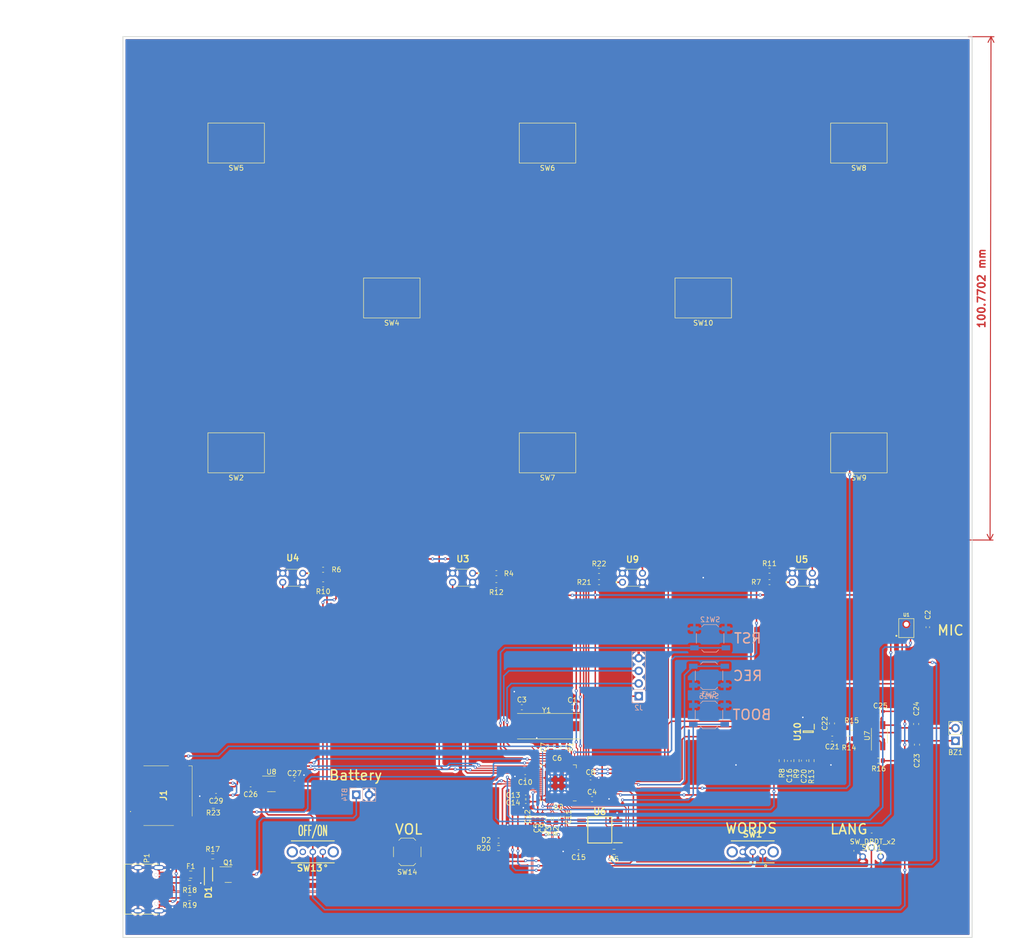
<source format=kicad_pcb>
(kicad_pcb (version 20211014) (generator pcbnew)
  (layers (0 "F.Cu" signal "Top") (31 "B.Cu" signal "Bottom") (34 "B.Paste" user) (35 "F.Paste" user) (36 "B.SilkS" user "B.Silkscreen") (37 "F.SilkS" user "F.Silkscreen") (38 "B.Mask" user) (39 "F.Mask" user) (44 "Edge.Cuts" user))
  (net 0 "")
  (net 1 "+BATT")
  (net 2 "GND")
  (net 3 "Net-(BZ1-Pad1)")
  (net 4 "Net-(BZ1-Pad2)")
  (net 5 "Net-(C1-Pad1)")
  (net 6 "+3V3")
  (net 7 "Net-(C3-Pad1)")
  (net 8 "+1V2")
  (net 9 "Net-(C16-Pad1)")
  (net 10 "/A")
  (net 11 "Net-(C21-Pad1)")
  (net 12 "Net-(C21-Pad2)")
  (net 13 "Net-(C22-Pad1)")
  (net 14 "VCC")
  (net 15 "Net-(D1-Pad1)")
  (net 16 "VBUS")
  (net 17 "Net-(D2-Pad1)")
  (net 18 "/GP25")
  (net 19 "Net-(F1-Pad1)")
  (net 21 "/CS")
  (net 22 "/COPI")
  (net 23 "/CIPO")
  (net 25 "/CD")
  (net 26 "/SWCLK")
  (net 27 "/SWDIO")
  (net 28 "Net-(P1-PadA5)")
  (net 29 "/D-")
  (net 30 "/D+")
  (net 31 "Net-(P1-PadB5)")
  (net 32 "Net-(R1-Pad2)")
  (net 33 "/RD+")
  (net 34 "/RD-")
  (net 35 "Net-(R4-Pad2)")
  (net 36 "/QSPI_CS")
  (net 37 "Net-(R6-Pad2)")
  (net 38 "Net-(R7-Pad2)")
  (net 39 "/A2")
  (net 40 "/S3")
  (net 41 "/S2")
  (net 42 "/S1")
  (net 43 "Net-(R14-Pad2)")
  (net 44 "Net-(R15-Pad2)")
  (net 45 "Net-(R21-Pad2)")
  (net 46 "/S4")
  (net 47 "/WORD")
  (net 48 "/LANG")
  (net 49 "/RST")
  (net 50 "/CLK")
  (net 51 "/DOUT")
  (net 52 "/QSPI_DATA1")
  (net 53 "/QSPI_DATA2")
  (net 54 "/QSPI_DATA0")
  (net 55 "/QSPI_SCK")
  (net 56 "/QSPI_DATA3")
  (net 58 "/D7")
  (net 59 "/SCK")
  (net 60 "/D3")
  (net 61 "/D2")
  (net 62 "/D1")
  (net 63 "/D0")
  (net 64 "/D6")
  (net 65 "/D5")
  (net 67 "/SCL")
  (net 68 "/SDA")
  (net 69 "/REC")
  (net 70 "/D4")
  (net 71 "/VOL")
  (net 72 "/EN_SOUND")
  (footprint "Capacitor_SMD:C_0603_1608Metric" (layer "F.Cu") (at 261.06 171.288)
    (fp_text reference "C21")
    (fp_text value "1uF")
  )
  (footprint "Capacitor_SMD:C_0603_1608Metric" (layer "F.Cu") (at 159.185 137.47 180)
    (fp_text reference "R6")
    (fp_text value "100")
  )
  (footprint "Package_SO:MSOP-8_3x3mm_P0.65mm" (layer "F.Cu") (at 270.51 170.688 90)
    (fp_text reference "U7")
    (fp_text value "PAM8302AASCR")
  )
  (footprint "Capacitor_SMD:C_0603_1608Metric" (layer "F.Cu") (at 248.5 137.65)
    (fp_text reference "R11")
    (fp_text value "10K")
  )
  (footprint "Fuse:Fuse_0805_2012Metric" (layer "F.Cu") (at 132.7 198.5)
    (fp_text reference "F1")
    (fp_text value "0.5A")
  )
  (footprint "Design:OS102011MA1QN1" (layer "F.Cu") (at 245.15 193.95 180)
    (fp_text reference "SW1")
    (fp_text value "SW_DPDT_x2" hide)
  )
  (footprint "Package_TO_SOT_SMD:SOT-23" (layer "F.Cu") (at 140.2 198.5)
    (fp_text reference "Q1")
    (fp_text value "DMG3415U-7")
  )
  (footprint "Resistor_SMD:R_0603_1608Metric" (layer "F.Cu") (at 217.4 193.95)
    (fp_text reference "R5")
    (fp_text value "4K7")
  )
  (footprint "Design:1140084168" (layer "F.Cu") (at 127.254 182.626 -90)
    (fp_text reference "J1")
    (fp_text value "Micro_SD_Card_Det" hide)
  )
  (footprint "Capacitor_SMD:C_0603_1608Metric" (layer "F.Cu") (at 193.85 138.15 180)
    (fp_text reference "R4")
    (fp_text value "100")
  )
  (footprint "Capacitor_SMD:C_0603_1608Metric" (layer "F.Cu") (at 159.2 140.4 180)
    (fp_text reference "R10")
    (fp_text value "10K")
  )
  (footprint "Capacitor_SMD:C_0402_1005Metric_Pad0.74x0.62mm_HandSolder" (layer "F.Cu") (at 280.19 148.97 90)
    (fp_text reference "C2")
    (fp_text value "0.1uF")
  )
  (footprint "Capacitor_SMD:C_0603_1608Metric" (layer "F.Cu") (at 193.85 140.55 180)
    (fp_text reference "R12")
    (fp_text value "10K")
  )
  (footprint "Resistor_SMD:R_0603_1608Metric" (layer "F.Cu") (at 137.22 184.7 180)
    (fp_text reference "R23")
    (fp_text value "100K")
  )
  (footprint "Capacitor_SMD:C_0402_1005Metric" (layer "F.Cu") (at 137.76 182.6 180)
    (fp_text reference "C29")
    (fp_text value "100nF")
  )
  (footprint "Capacitor_SMD:C_0603_1608Metric" (layer "F.Cu") (at 213 183.4)
    (fp_text reference "C4")
    (fp_text value "1uF")
  )
  (footprint "Resistor_SMD:R_0603_1608Metric" (layer "F.Cu") (at 253.91 175.688 90)
    (fp_text reference "R9")
    (fp_text value "100")
  )
  (footprint "Design:SOIC127P798X216-8N" (layer "F.Cu") (at 214.55 189.55 180)
    (fp_text reference "U6")
    (fp_text value "W25Q80DVSSIG" hide)
  )
  (footprint "Resistor_SMD:R_0603_1608Metric" (layer "F.Cu") (at 132.5 200.2 180)
    (fp_text reference "R18")
    (fp_text value "5k1")
  )
  (footprint "Resistor_SMD:R_0603_1608Metric" (layer "F.Cu") (at 194.3 193.2)
    (fp_text reference "R20")
    (fp_text value "330")
  )
  (footprint "Capacitor_SMD:C_0402_1005Metric_Pad0.74x0.62mm_HandSolder" (layer "F.Cu") (at 203.08 186.9 -90)
    (fp_text reference "C9")
    (fp_text value "100nF")
  )
  (footprint "Design:Button" (layer "F.Cu") (at 172.93 83.06)
    (fp_text reference "SW4")
    (fp_text value "SW_Push")
  )
  (footprint "Design:QRE1113" (layer "F.Cu") (at 219.09 139.97)
    (fp_text reference "U9")
    (fp_text value "QRE1113" hide)
  )
  (footprint "Design:QRE1113" (layer "F.Cu") (at 253.08 139.96)
    (fp_text reference "U5")
    (fp_text value "QRE1113" hide)
  )
  (footprint "Capacitor_SMD:C_0402_1005Metric_Pad0.74x0.62mm_HandSolder" (layer "F.Cu") (at 210.3 193.888 180)
    (fp_text reference "C15")
    (fp_text value "100nF")
  )
  (footprint "Design:7829H-1-051LF" (layer "F.Cu") (at 270.75 194.9 180)
    (fp_text reference "SW11")
    (fp_text value "SW_DPDT_x2")
  )
  (footprint "Resistor_SMD:R_0603_1608Metric" (layer "F.Cu") (at 204.33 187.3 90)
    (fp_text reference "R3")
    (fp_text value "27")
  )
  (footprint "Capacitor_SMD:C_0603_1608Metric" (layer "F.Cu") (at 214.4 139.95)
    (fp_text reference "R21")
    (fp_text value "100")
  )
  (footprint "Capacitor_SMD:C_0402_1005Metric_Pad0.74x0.62mm_HandSolder" (layer "F.Cu") (at 153.444 179.39)
    (fp_text reference "C27")
    (fp_text value "10uF")
  )
  (footprint "Design:OS102011MA1QN1" (layer "F.Cu") (at 157.122 193.95 180)
    (fp_text reference "SW13")
    (fp_text value "ON" hide)
  )
  (footprint "Capacitor_SMD:C_0402_1005Metric_Pad0.74x0.62mm_HandSolder" (layer "F.Cu") (at 207.03 186.9 -90)
    (fp_text reference "C11")
    (fp_text value "100nF")
  )
  (footprint "Resistor_SMD:R_0603_1608Metric" (layer "F.Cu") (at 264.38 171.28)
    (fp_text reference "R14")
    (fp_text value "100")
  )
  (footprint "Design:Button" (layer "F.Cu") (at 141.79 114.06)
    (fp_text reference "SW2")
    (fp_text value "SW_Push")
  )
  (footprint "Sensors:MIC_SPH0641LM4H-1" (layer "F.Cu") (at 275.885 148.388 180)
    (fp_text reference "U1")
    (fp_text value "SPH0641LM4H")
  )
  (footprint "Design:Button" (layer "F.Cu") (at 235.25 83.06)
    (fp_text reference "SW10")
    (fp_text value "SW_Push")
  )
  (footprint "Resistor_SMD:R_0603_1608Metric" (layer "F.Cu") (at 250.96 175.688 90)
    (fp_text reference "R8")
    (fp_text value "220")
  )
  (footprint "Design:QRE1113" (layer "F.Cu") (at 155.11 138.17 180)
    (fp_text reference "U4")
    (fp_text value "QRE1113" hide)
  )
  (footprint "Design:QRE1113" (layer "F.Cu") (at 189.1 138.16 180)
    (fp_text reference "U3")
    (fp_text value "QRE1113" hide)
  )
  (footprint "Design:Button" (layer "F.Cu") (at 204.09 114.06)
    (fp_text reference "SW7")
    (fp_text value "SW_Push")
  )
  (footprint "Capacitor_SMD:C_0603_1608Metric" (layer "F.Cu") (at 204.8 172.9575 90)
    (fp_text reference "C7")
    (fp_text value "1uF")
  )
  (footprint "Design:Button" (layer "F.Cu") (at 204.09 52.05)
    (fp_text reference "SW6")
    (fp_text value "SW_Push")
  )
  (footprint "Capacitor_SMD:C_0603_1608Metric" (layer "F.Cu") (at 214.4 137.7)
    (fp_text reference "R22")
    (fp_text value "10K")
  )
  (footprint "Connectors:C393939" (layer "F.Cu") (at 126.2855 201.422 -90)
    (fp_text reference "P1")
    (fp_text value "USB_C_Plug_USB2.0")
  )
  (footprint "Capacitor_SMD:C_0402_1005Metric_Pad0.74x0.62mm_HandSolder" (layer "F.Cu") (at 206.04 173.35 90)
    (fp_text reference "C6")
    (fp_text value "100nF")
  )
  (footprint "Capacitor_SMD:C_0402_1005Metric_Pad0.74x0.62mm_HandSolder" (layer "F.Cu") (at 199.74 182.94 180)
    (fp_text reference "C13")
    (fp_text value "100nF")
  )
  (footprint "Capacitor_SMD:C_0603_1608Metric" (layer "F.Cu") (at 255.41 175.688 90)
    (fp_text reference "C20")
    (fp_text value "47uF")
  )
  (footprint "Resistor_SMD:R_0603_1608Metric" (layer "F.Cu") (at 256.91 175.688 -90)
    (fp_text reference "R13")
    (fp_text value "1.8K")
  )
  (footprint "Resistor_SMD:R_0603_1608Metric" (layer "F.Cu") (at 137.1 194.85)
    (fp_text reference "R17")
    (fp_text value "100K")
  )
  (footprint "Design:SODFL3616X98N" (layer "F.Cu") (at 136.25 198.45 90)
    (fp_text reference "D1")
    (fp_text value "MBR120" hide)
  )
  (footprint "Capacitor_SMD:C_0402_1005Metric_Pad0.74x0.62mm_HandSolder" (layer "F.Cu") (at 201.18 186.9 -90)
    (fp_text reference "C12")
    (fp_text value "100nF")
  )
  (footprint "Crystal:Crystal_SMD_HC49-SD" (layer "F.Cu") (at 203.95 168.788 180)
    (fp_text reference "Y1")
    (fp_text value "12Mhz")
  )
  (footprint "Capacitor_SMD:C_0603_1608Metric" (layer "F.Cu") (at 194.3 191.688)
    (fp_text reference "D2")
    (fp_text value "LED")
  )
  (footprint "Resistor_SMD:R_0603_1608Metric" (layer "F.Cu") (at 270.36 175.688)
    (fp_text reference "R16")
    (fp_text value "10K")
  )
  (footprint "Capacitor_SMD:C_0402_1005Metric_Pad0.74x0.62mm_HandSolder" (layer "F.Cu") (at 202.13 186.9 -90)
    (fp_text reference "C5")
    (fp_text value "100nF")
  )
  (footprint "Capacitor_SMD:C_0402_1005Metric_Pad0.74x0.62mm_HandSolder" (layer "F.Cu") (at 144.6815 181.29 180)
    (fp_text reference "C26")
    (fp_text value "10uF")
  )
  (footprint "Capacitor_SMD:C_0402_1005Metric_Pad0.74x0.62mm_HandSolder" (layer "F.Cu") (at 212.7 179.19)
    (fp_text reference "C8")
    (fp_text value "100nF")
  )
  (footprint "Design:Button" (layer "F.Cu") (at 266.4 114.07)
    (fp_text reference "SW9")
    (fp_text value "SW_Push")
  )
  (footprint "Package_TO_SOT_SMD:SOT-23-5" (layer "F.Cu") (at 148.844 180.34)
    (fp_text reference "U8")
    (fp_text value "AP2112K-3.3")
  )
  (footprint "Button_Switch_SMD:SW_SPST_TL3342" (layer "F.Cu") (at 176.022 193.95)
    (fp_text reference "SW14")
    (fp_text value "VOL")
  )
  (footprint "badge_pwnCon:RP2040-QFN-56" (layer "F.Cu") (at 206.25 180.138 180)
    (fp_text reference "U2")
    (fp_text value "RP2040")
  )
  (footprint "Design:Button" (layer "F.Cu") (at 141.79 52.04)
    (fp_text reference "SW5")
    (fp_text value "SW_Push")
  )
  (footprint "Capacitor_SMD:C_0603_1608Metric" (layer "F.Cu") (at 278.02 172.49 -90)
    (fp_text reference "C23")
    (fp_text value "220pF")
  )
  (footprint "Resistor_SMD:R_0603_1608Metric" (layer "F.Cu") (at 264.96 169.088)
    (fp_text reference "R15")
    (fp_text value "100")
  )
  (footprint "Capacitor_SMD:C_0603_1608Metric" (layer "F.Cu") (at 198.95 165 180)
    (fp_text reference "C3")
    (fp_text value "27pF")
  )
  (footprint "Design:SOT65P210X110-6N" (layer "F.Cu") (at 256.26 169.888 -90)
    (fp_text reference "U10")
    (fp_text value "MCP4018-xxxxLT" hide)
  )
  (footprint "Resistor_SMD:R_0603_1608Metric" (layer "F.Cu") (at 205.78 187.3 90)
    (fp_text reference "R2")
    (fp_text value "27")
  )
  (footprint "Design:Button" (layer "F.Cu") (at 266.39 52.05)
    (fp_text reference "SW8")
    (fp_text value "SW_Push")
  )
  (footprint "Capacitor_SMD:C_0603_1608Metric" (layer "F.Cu") (at 277.85 168.35 90)
    (fp_text reference "C24")
    (fp_text value "220pF")
  )
  (footprint "Capacitor_SMD:C_0603_1608Metric" (layer "F.Cu") (at 261.01 168.238 90)
    (fp_text reference "C22")
    (fp_text value "1uF")
  )
  (footprint "Capacitor_SMD:C_0603_1608Metric" (layer "F.Cu") (at 248.5 139.95)
    (fp_text reference "R7")
    (fp_text value "100")
  )
  (footprint "Resistor_SMD:R_0603_1608Metric" (layer "F.Cu") (at 132.5 203.2 180)
    (fp_text reference "R19")
    (fp_text value "5k1")
  )
  (footprint "Capacitor_SMD:C_0402_1005Metric_Pad0.74x0.62mm_HandSolder" (layer "F.Cu") (at 270.64 165.82 180)
    (fp_text reference "C25")
    (fp_text value "10uF")
  )
  (footprint "Resistor_SMD:R_0603_1608Metric" (layer "F.Cu") (at 207.28 172.95 -90)
    (fp_text reference "R1")
    (fp_text value "1K")
  )
  (footprint "Capacitor_SMD:C_0402_1005Metric_Pad0.74x0.62mm_HandSolder" (layer "F.Cu") (at 199.63 178.84 180)
    (fp_text reference "C10")
    (fp_text value "100nF")
  )
  (footprint "Capacitor_SMD:C_0402_1005Metric_Pad0.74x0.62mm_HandSolder" (layer "F.Cu") (at 252.46 175.738 90)
    (fp_text reference "C16")
    (fp_text value "100nF")
  )
  (footprint "Connector_PinHeader_2.54mm:PinHeader_1x02_P2.54mm_Vertical" (layer "F.Cu") (at 285.72 171.715 180)
    (fp_text reference "BZ1")
    (fp_text value "Buzzer")
  )
  (footprint "Capacitor_SMD:C_0603_1608Metric" (layer "F.Cu") (at 209.05 165)
    (fp_text reference "C1")
    (fp_text value "27pF")
  )
  (footprint "Capacitor_SMD:C_0402_1005Metric_Pad0.74x0.62mm_HandSolder" (layer "F.Cu") (at 199.74 183.9 180)
    (fp_text reference "C14")
    (fp_text value "100nF")
  )
  (footprint "Button_Switch_SMD:SW_SPST_TL3342" (layer "B.Cu") (at 236.63 151.2 180)
    (fp_text reference "SW12")
    (fp_text value "RESET")
  )
  (footprint "Connector_PinHeader_2.54mm:PinHeader_1x02_P2.54mm_Vertical" (layer "B.Cu") (at 165.825 182.5 -90)
    (fp_text reference "BT4")
    (fp_text value "Battery_Cell")
  )
  (footprint "Connector_PinHeader_2.54mm:PinHeader_1x04_P2.54mm_Vertical" (layer "B.Cu") (at 222.34 162.78)
    (fp_text reference "J2")
    (fp_text value "Conn_01x04_Female")
  )
  (footprint "Button_Switch_SMD:SW_SPST_TL3342" (layer "B.Cu") (at 236.4 166.53 180)
    (fp_text reference "SW15")
    (fp_text value "BOOT")
  )
  (footprint "Button_Switch_SMD:SW_SPST_TL3342" (layer "B.Cu") (at 236.41 158.69)
    (fp_text reference "SW3")
    (fp_text value "REC")
  )
  (gr_line (start 119.126 30.734) (end 119.126 211.074) (layer "Edge.Cuts") (width 0.15))
  (gr_line (start 289.052 211.074) (end 289.052 30.734) (layer "Edge.Cuts") (width 0.15))
  (gr_line (start 119.126 30.734) (end 289.052 30.734) (layer "Edge.Cuts") (width 0.15))
  (gr_line (start 119.126 211.074) (end 289.052 211.074) (layer "Edge.Cuts") (width 0.15))
  (gr_text "BOOT" (at 245 166.5) (layer "B.SilkS") (effects (font (size 2 2) (thickness 0.3)) (justify mirror)))
  (gr_text "REC" (at 244.15 158.7) (layer "B.SilkS") (effects (font (size 2 2) (thickness 0.3)) (justify mirror)))
  (gr_text "RST\n" (at 244.15 151.2) (layer "B.SilkS") (effects (font (size 2 2) (thickness 0.3)) (justify mirror)))
  (gr_text "VOL" (at 176.322 189.45) (layer "F.SilkS") (effects (font (size 2 2) (thickness 0.3))))
  (gr_text "MIC" (at 284.734 149.606) (layer "F.SilkS") (effects (font (size 2 2) (thickness 0.3))))
  (gr_text "OFF/ON" (at 157.15 189.75) (layer "F.SilkS") (effects (font (size 2 1) (thickness 0.25))))
  (gr_text "WORDS" (at 244.85 189.25) (layer "F.SilkS") (effects (font (size 2 2) (thickness 0.3))))
  (gr_text "Battery" (at 165.7 178.62) (layer "F.SilkS") (effects (font (size 2 2) (thickness 0.3))))
  (gr_text "LANG" (at 264.38 189.414) (layer "F.SilkS") (effects (font (size 2 2) (thickness 0.3))))
  (dimension (type aligned) (layer "F.Cu") (pts (xy 287.77 30.74) (xy 287.59 131.51)) (height -5.059116) (gr_text "100.7702 mm" (at 290.939111 81.130822 89.89765576) (layer "F.Cu") (effects (font (size 1.5 1.5) (thickness 0.3)))) (format (units 3) (units_format 1) (precision 4)) (style (thickness 0.2) (arrow_length 1.27) (text_position_mode 0) (extension_height 0.58642) (extension_offset 0.5) keep_text_aligned))
  (segment (start 145.84 198.41) (end 145.75 198.5) (width 0.3) (layer "F.Cu") (net 1))
  (segment (start 145.75 198.5) (end 141.1375 198.5) (width 0.3) (layer "F.Cu") (net 1))
  (via (at 145.84 198.41) (size 0.6) (drill 0.3) (layers "F.Cu" "B.Cu") (net 1))
  (segment (start 165.825 186.575) (end 165.235 187.165) (width 0.3) (layer "B.Cu") (net 1))
  (segment (start 146.4 197.85) (end 145.84 198.41) (width 0.3) (layer "B.Cu") (net 1))
  (segment (start 147.115 187.165) (end 146.4 187.88) (width 0.3) (layer "B.Cu") (net 1))
  (segment (start 165.235 187.165) (end 147.115 187.165) (width 0.3) (layer "B.Cu") (net 1))
  (segment (start 146.4 187.88) (end 146.4 197.85) (width 0.3) (layer "B.Cu") (net 1))
  (segment (start 165.825 182.5) (end 165.825 186.575) (width 0.3) (layer "B.Cu") (net 1))
  (segment (start 127.5585 205.07) (end 127.1105 204.622) (width 0.3) (layer "F.Cu") (net 2))
  (segment (start 207.25 178.588) (end 207.525 178.863) (width 0.2) (layer "F.Cu") (net 2))
  (segment (start 270.185 168.5755) (end 270.185 165.9325) (width 0.3) (layer "F.Cu") (net 2))
  (segment (start 255.85 167.02) (end 256.26 167.43) (width 0.2) (layer "F.Cu") (net 2))
  (segment (start 207.03 188.85) (end 206.96 188.92) (width 0.3) (layer "F.Cu") (net 2))
  (segment (start 207.03 187.4675) (end 207.03 188.85) (width 0.3) (layer "F.Cu") (net 2))
  (segment (start 280.1755 148.388) (end 280.19 148.4025) (width 0.2) (layer "F.Cu") (net 2))
  (segment (start 207.25 176.7005) (end 207.25 178.588) (width 0.2) (layer "F.Cu") (net 2))
  (segment (start 199.0625 178.84) (end 197.57 178.84) (width 0.3) (layer "F.Cu") (net 2))
  (segment (start 214.32 179.19) (end 214.34 179.17) (width 0.3) (layer "F.Cu") (net 2))
  (segment (start 256.26 167.43) (end 256.26 168.888) (width 0.2) (layer "F.Cu") (net 2))
  (segment (start 276.5475 148.388) (end 280.1755 148.388) (width 0.2) (layer "F.Cu") (net 2))
  (segment (start 127.888 198.222) (end 128.67 197.44) (width 0.3) (layer "F.Cu") (net 2))
  (segment (start 213.2675 179.19) (end 214.32 179.19) (width 0.3) (layer "F.Cu") (net 2))
  (segment (start 129.05 205.07) (end 127.5585 205.07) (width 0.3) (layer "F.Cu") (net 2))
  (segment (start 270.185 165.9325) (end 270.0725 165.82) (width 0.3) (layer "F.Cu") (net 2))
  (segment (start 255.18 167.02) (end 255.85 167.02) (width 0.2) (layer "F.Cu") (net 2))
  (segment (start 127.1105 198.222) (end 127.888 198.222) (width 0.3) (layer "F.Cu") (net 2))
  (via (at 235.25 139.05) (size 0.6) (drill 0.3) (layers "F.Cu" "B.Cu") (net 2))
  (via (at 196.13 188.54) (size 0.6) (drill 0.3) (layers "F.Cu" "B.Cu") (net 2))
  (via (at 206.96 188.92) (size 0.6) (drill 0.3) (layers "F.Cu" "B.Cu") (net 2))
  (via (at 216.4 183.35) (size 0.6) (drill 0.3) (layers "F.Cu" "B.Cu") (net 2))
  (via (at 241.8 176.55) (size 0.6) (drill 0.3) (layers "F.Cu" "B.Cu") (net 2))
  (via (at 201.93 171.16) (size 0.6) (drill 0.3) (layers "F.Cu" "B.Cu") (net 2))
  (via (at 260.8 176.55) (size 0.6) (drill 0.3) (layers "F.Cu" "B.Cu") (net 2))
  (via (at 134.5 182.8) (size 0.6) (drill 0.3) (layers "F.Cu" "B.Cu") (net 2))
  (via (at 129.05 205.07) (size 0.6) (drill 0.3) (layers "F.Cu" "B.Cu") (net 2))
  (via (at 197.57 178.84) (size 0.6) (drill 0.3) (layers "F.Cu" "B.Cu") (net 2))
  (via (at 214.34 179.17) (size 0.6) (drill 0.3) (layers "F.Cu" "B.Cu") (net 2))
  (via (at 218.02 186.18) (size 0.6) (drill 0.3) (layers "F.Cu" "B.Cu") (net 2))
  (via (at 128.67 197.44) (size 0.6) (drill 0.3) (layers "F.Cu" "B.Cu") (net 2))
  (via (at 201.71 189.04) (size 0.6) (drill 0.3) (layers "F.Cu" "B.Cu") (net 2))
  (via (at 199.25 185.12) (size 0.6) (drill 0.3) (layers "F.Cu" "B.Cu") (net 2))
  (via (at 207.22 193.86) (size 0.6) (drill 0.3) (layers "F.Cu" "B.Cu") (net 2))
  (via (at 197.44 161.87) (size 0.6) (drill 0.3) (layers "F.Cu" "B.Cu") (net 2))
  (via (at 255.18 167.02) (size 0.6) (drill 0.3) (layers "F.Cu" "B.Cu") (net 2))
  (via (at 155.36 178.58) (size 0.6) (drill 0.3) (layers "F.Cu" "B.Cu") (net 2))
  (via (at 134.7 200.2) (size 0.6) (drill 0.3) (layers "F.Cu" "B.Cu") (net 2))
  (segment (start 278.02 171.715) (end 285.72 171.715) (width 0.3) (layer "F.Cu") (net 3))
  (segment (start 274.19 171.28) (end 274.19 170.42) (width 0.3) (layer "F.Cu") (net 3))
  (segment (start 278.02 171.715) (end 274.625 171.715) (width 0.3) (layer "F.Cu") (net 3))
  (segment (start 269.89 170.08) (end 269.535 169.725) (width 0.3) (layer "F.Cu") (net 3))
  (segment (start 274.19 170.42) (end 273.85 170.08) (width 0.3) (layer "F.Cu") (net 3))
  (segment (start 269.535 169.725) (end 269.535 168.5755) (width 0.3) (layer "F.Cu") (net 3))
  (segment (start 273.85 170.08) (end 269.89 170.08) (width 0.3) (layer "F.Cu") (net 3))
  (segment (start 274.625 171.715) (end 274.19 171.28) (width 0.3) (layer "F.Cu") (net 3))
  (segment (start 277.9 169.175) (end 285.72 169.175) (width 0.3) (layer "F.Cu") (net 4))
  (segment (start 274.185 169.125) (end 273.6355 168.5755) (width 0.3) (layer "F.Cu") (net 4))
  (segment (start 277.85 169.125) (end 274.185 169.125) (width 0.3) (layer "F.Cu") (net 4))
  (segment (start 273.6355 168.5755) (end 271.485 168.5755) (width 0.3) (layer "F.Cu") (net 4))
  (segment (start 277.85 169.125) (end 277.9 169.175) (width 0.3) (layer "F.Cu") (net 4))
  (segment (start 208.20952 168.79752) (end 208.2 168.788) (width 0.3) (layer "F.Cu") (net 5))
  (segment (start 207.65 174.76) (end 207.300481 175.109519) (width 0.2) (layer "F.Cu") (net 5))
  (segment (start 207.300481 175.109519) (end 207.080481 175.109519) (width 0.2) (layer "F.Cu") (net 5))
  (segment (start 206.85 175.34) (end 206.85 176.7005) (width 0.2) (layer "F.Cu") (net 5))
  (segment (start 207.96 174.76) (end 207.97 174.76) (width 0.3) (layer "F.Cu") (net 5))
  (segment (start 207.96 174.76) (end 207.65 174.76) (width 0.2) (layer "F.Cu") (net 5))
  (segment (start 207.97 174.76) (end 208.20952 174.52048) (width 0.3) (layer "F.Cu") (net 5))
  (segment (start 208.2 165.075) (end 208.275 165) (width 0.3) (layer "F.Cu") (net 5))
  (segment (start 208.20952 174.52048) (end 208.20952 168.79752) (width 0.3) (layer "F.Cu") (net 5))
  (segment (start 207.080481 175.109519) (end 206.85 175.34) (width 0.2) (layer "F.Cu") (net 5))
  (segment (start 208.2 168.788) (end 208.2 165.075) (width 0.3) (layer "F.Cu") (net 5))
  (segment (start 275.36 156.01) (end 275.335 156.01) (width 0.3) (layer "F.Cu") (net 6))
  (segment (start 199.7 186.73) (end 199.7 190.07) (width 0.3) (layer "F.Cu") (net 6))
  (segment (start 202.8125 179.138) (end 203.472 179.138) (width 0.2) (layer "F.Cu") (net 6))
  (segment (start 158.65 180.74) (end 159.15 180.24) (width 0.3) (layer "F.Cu") (net 6))
  (segment (start 210.925 193.8305) (end 210.8675 193.888) (width 0.3) (layer "F.Cu") (net 6))
  (segment (start 214.03 162.78) (end 222.34 162.78) (width 0.3) (layer "F.Cu") (net 6))
  (segment (start 161.77 139.24) (end 161.77 139.2) (width 0.3) (layer "F.Cu") (net 6))
  (segment (start 202.98 139.21) (end 203.42 139.65) (width 0.3) (layer "F.Cu") (net 6))
  (segment (start 161.45 138.92) (end 160.28 138.92) (width 0.3) (layer "F.Cu") (net 6))
  (segment (start 203.42 139.65) (end 203.42 141.96) (width 0.3) (layer "F.Cu") (net 6))
  (segment (start 204.05 182.81) (end 204.12 182.74) (width 0.2) (layer "F.Cu") (net 6))
  (segment (start 200.0975 186.3325) (end 199.7 186.73) (width 0.3) (layer "F.Cu") (net 6))
  (segment (start 274.18 160.29) (end 257.85 160.29) (width 0.3) (layer "F.Cu") (net 6))
  (segment (start 183.66 135.31) (end 192.96 135.31) (width 0.3) (layer "F.Cu") (net 6))
  (segment (start 203.71 178.86) (end 203.71 177.89) (width 0.3) (layer "F.Cu") (net 6))
  (segment (start 201.96 183.9) (end 202.13 184.07) (width 0.3) (layer "F.Cu") (net 6))
  (segment (start 161.77 139.2) (end 162.05 138.92) (width 0.3) (layer "F.Cu") (net 6))
  (segment (start 194.91 139.21) (end 202.98 139.21) (width 0.3) (layer "F.Cu") (net 6))
  (segment (start 200.3075 183.9) (end 201.88 183.9) (width 0.3) (layer "F.Cu") (net 6))
  (segment (start 206.05 183.5755) (end 205.65 183.5755) (width 0.2) (layer "F.Cu") (net 6))
  (segment (start 201.672711 179.138) (end 201.604711 179.07) (width 0.2) (layer "F.Cu") (net 6))
  (segment (start 152.8765 179.39) (end 152.8765 180.4965) (width 0.3) (layer "F.Cu") (net 6))
  (segment (start 158.425 139.275) (end 158.78 138.92) (width 0.3) (layer "F.Cu") (net 6))
  (segment (start 202.2845 183.5755) (end 202.13 183.73) (width 0.3) (layer "F.Cu") (net 6))
  (segment (start 159.89 138.61) (end 159.58 138.92) (width 0.3) (layer "F.Cu") (net 6))
  (segment (start 203.71 182.47) (end 203.71 179.41) (width 0.3) (layer "F.Cu") (net 6))
  (segment (start 209.7 183.1) (end 209.7 182.7505) (width 0.2) (layer "F.Cu") (net 6))
  (segment (start 202.8155 183.3555) (end 202.8155 182.9905) (width 0.3) (layer "F.Cu") (net 6))
  (segment (start 208.62 179.47) (end 208.62 182.5) (width 0.3) (layer "F.Cu") (net 6))
  (segment (start 213.9 138.75) (end 214.9 138.75) (width 0.3) (layer "F.Cu") (net 6))
  (segment (start 201.18 186.3325) (end 200.0975 186.3325) (width 0.3) (layer "F.Cu") (net 6))
  (segment (start 193.075 140.55) (end 193.075 139.625) (width 0.3) (layer "F.Cu") (net 6))
  (segment (start 213.625 139.95) (end 213.625 139.025) (width 0.3) (layer "F.Cu") (net 6))
  (segment (start 205.37 182.74) (end 205.69 182.74) (width 0.3) (layer "F.Cu") (net 6))
  (segment (start 181.08 135.31) (end 177.77 135.31) (width 0.3) (layer "F.Cu") (net 6))
  (segment (start 213.65 162.4) (end 214.03 162.78) (width 0.3) (layer "F.Cu") (net 6))
  (segment (start 138.045 184.7) (end 138.045 182.795) (width 0.3) (layer "F.Cu") (net 6))
  (segment (start 211.078 179.138) (end 211.13 179.19) (width 0.2) (layer "F.Cu") (net 6))
  (segment (start 202.8155 183.5755) (end 202.8155 183.3555) (width 0.3) (layer "F.Cu") (net 6))
  (segment (start 159.96 138.61) (end 159.96 138.92) (width 0.3) (layer "F.Cu") (net 6))
  (segment (start 199.7 190.07) (end 200.19 190.56) (width 0.3) (layer "F.Cu") (net 6))
  (segment (start 275.0475 159.4225) (end 274.18 160.29) (width 0.3) (layer "F.Cu") (net 6))
  (segment (start 142.87 178.99) (end 142.87 182.18) (width 0.3) (layer "F.Cu") (net 6))
  (segment (start 203.642 179.138) (end 203.71 179.07) (width 0.2) (layer "F.Cu") (net 6))
  (segment (start 213.625 139.025) (end 213.9 138.75) (width 0.3) (layer "F.Cu") (net 6))
  (segment (start 208.382 182.738) (end 208.62 182.5) (width 0.2) (layer "F.Cu") (net 6))
  (segment (start 160.28 138.92) (end 159.96 138.92) (width 0.3) (layer "F.Cu") (net 6))
  (segment (start 203.73 190.56) (end 203.77 190.52) (width 0.3) (layer "F.Cu") (net 6))
  (segment (start 203.42 141.96) (end 204.03 142.57) (width 0.3) (layer "F.Cu") (net 6))
  (segment (start 282.91 142.93) (end 282.91 149.2) (width 0.3) (layer "F.Cu") (net 6))
  (segment (start 149.9815 178.3115) (end 149.68 178.01) (width 0.3) (layer "F.Cu") (net 6))
  (segment (start 203.472 179.172) (end 203.71 179.41) (width 0.2) (layer "F.Cu") (net 6))
  (segment (start 153.12 180.74) (end 158.65 180.74) (width 0.3) (layer "F.Cu") (net 6))
  (segment (start 202.5955 183.5755) (end 202.8155 183.3555) (width 0.3) (layer "F.Cu") (net 6))
  (segment (start 203.71 179.41) (end 203.71 179.07) (width 0.3) (layer "F.Cu") (net 6))
  (segment (start 248.05 142.5) (end 248.05 142.52) (width 0.3) (layer "F.Cu") (net 6))
  (segment (start 249.275 138.575) (end 249.275 137.65) (width 0.3) (layer "F.Cu") (net 6))
  (segment (start 205.65 183.08) (end 205.65 183.02) (width 0.2) (layer "F.Cu") (net 6))
  (segment (start 275.36 156.01) (end 275.06 156.01) (width 0.3) (layer "F.Cu") (net 6))
  (segment (start 142.87 182.18) (end 142.46 182.59) (width 0.3) (layer "F.Cu") (net 6))
  (segment (start 149.68 178.01) (end 143.85 178.01) (width 0.3) (layer "F.Cu") (net 6))
  (segment (start 248.05 142.52) (end 247.38 142.52) (width 0.3) (layer "F.Cu") (net 6))
  (segment (start 257.85 160.29) (end 256.91 161.23) (width 0.3) (layer "F.Cu") (net 6))
  (segment (start 194.625 135.925) (end 194.625 138.15) (width 0.3) (layer "F.Cu") (net 6))
  (segment (start 129.72 181.75) (end 128.869 182.601) (width 0.3) (layer "F.Cu") (net 6))
  (segment (start 203.472 179.138) (end 203.472 179.172) (width 0.2) (layer "F.Cu") (net 6))
  (segment (start 275.0475 155.7225) (end 275.0475 156.0225) (width 0.3) (layer "F.Cu") (net 6))
  (segment (start 142.46 182.59) (end 141.13 182.59) (width 0.3) (layer "F.Cu") (net 6))
  (segment (start 203.65 183.5755) (end 203.1745 183.5755) (width 0.3) (layer "F.Cu") (net 6))
  (segment (start 158.425 140.4) (end 158.425 139.275) (width 0.3) (layer "F.Cu") (net 6))
  (segment (start 205.942 182.738) (end 208.382 182.738) (width 0.3) (layer "F.Cu") (net 6))
  (segment (start 247.725 139.125) (end 248.05 138.8) (width 0.3) (layer "F.Cu") (net 6))
  (segment (start 205.65 183.5755) (end 205.65 183.08) (width 0.2) (layer "F.Cu") (net 6))
  (segment (start 202.8125 179.138) (end 201.672711 179.138) (width 0.2) (layer "F.Cu") (net 6))
  (segment (start 213.625 142.475) (end 213.625 139.95) (width 0.3) (layer "F.Cu") (net 6))
  (segment (start 202.8155 183.5755) (end 202.3945 183.5755) (width 0.3) (layer "F.Cu") (net 6))
  (segment (start 282.91 149.2) (end 282.5725 149.5375) (width 0.3) (layer "F.Cu") (net 6))
  (segment (start 206.05 176.7005) (end 206.05 174.71) (width 0.2) (layer "F.Cu") (net 6))
  (segment (start 202.3945 183.5755) (end 202.5955 183.5755) (width 0.3) (layer "F.Cu") (net 6))
  (segment (start 193.49 139.21) (end 194.29 139.21) (width 0.3) (layer "F.Cu") (net 6))
  (segment (start 204.03 142.57) (end 209.06 142.57) (width 0.3) (layer "F.Cu") (net 6))
  (segment (start 282.5725 149.5375) (end 280.19 149.5375) (width 0.3) (layer "F.Cu") (net 6))
  (segment (start 203.71 179.07) (end 203.71 178.86) (width 0.3) (layer "F.Cu") (net 6))
  (segment (start 203.692 182.738) (end 203.692 182.488) (width 0.2) (layer "F.Cu") (net 6))
  (segment (start 246.64 142.53) (end 246.65 142.52) (width 0.3) (layer "F.Cu") (net 6))
  (segment (start 205.65 182.74) (end 205.652 182.738) (width 0.2) (layer "F.Cu") (net 6))
  (segment (start 194.29 139.21) (end 194.91 139.21) (width 0.3) (layer "F.Cu") (net 6))
  (segment (start 204.12 182.74) (end 204.118 182.738) (width 0.2) (layer "F.Cu") (net 6))
  (segment (start 246.65 142.52) (end 247.38 142.52) (width 0.3) (layer "F.Cu") (net 6))
  (segment (start 275.0475 156.0225) (end 275.0475 156.4625) (width 0.3) (layer "F.Cu") (net 6))
  (segment (start 203.462 182.738) (end 203.71 182.49) (width 0.2) (layer "F.Cu") (net 6))
  (segment (start 194.625 138.15) (end 194.625 138.925) (width 0.3) (layer "F.Cu") (net 6))
  (segment (start 202.13 186.3325) (end 201.18 186.3325) (width 0.3) (layer "F.Cu") (net 6))
  (segment (start 129.72 180.72) (end 129.72 181.75) (width 0.3) (layer "F.Cu") (net 6))
  (segment (start 282.5 142.52) (end 282.91 142.93) (width 0.3) (layer "F.Cu") (net 6))
  (segment (start 275.0475 150.462) (end 275.468 150.462) (width 0.3) (layer "F.Cu") (net 6))
  (segment (start 128.869 182.601) (end 121.904 182.601) (width 0.3) (layer "F.Cu") (net 6))
  (segment (start 181.09 135.3) (end 181.08 135.31) (width 0.3) (layer "F.Cu") (net 6))
  (segment (start 194.34 139.21) (end 194.29 139.21) (width 0.3) (layer "F.Cu") (net 6))
  (segment (start 159.96 137.47) (end 159.96 138.61) (width 0.3) (layer "F.Cu") (net 6))
  (segment (start 206.635 191.455) (end 210.925 191.455) (width 0.3) (layer "F.Cu") (net 6))
  (segment (start 149.9815 179.39) (end 149.9815 178.3115) (width 0.3) (layer "F.Cu") (net 6))
  (segment (start 275.468 150.462) (end 276.29 149.64) (width 0.3) (layer "F.Cu") (net 6))
  (segment (start 161.45 138.92) (end 161.77 139.24) (width 0.3) (layer "F.Cu") (net 6))
  (segment (start 200.19 190.56) (end 203.73 190.56) (width 0.3) (layer "F.Cu") (net 6))
  (segment (start 214.9 138.75) (end 215.175 138.475) (width 0.3) (layer "F.Cu") (net 6))
  (segment (start 202.13 184.11) (end 202.13 186.3325) (width 0.3) (layer "F.Cu") (net 6))
  (segment (start 161.77 139.24) (end 161.77 139.27) (width 0.3) (layer "F.Cu") (net 6))
  (segment (start 202.8155 182.9905) (end 202.8125 182.9875) (width 0.3) (layer "F.Cu") (net 6))
  (segment (start 203.472 179.138) (end 203.642 179.138) (width 0.2) (layer "F.Cu") (net 6))
  (segment (start 204.118 182.738) (end 203.928 182.738) (width 0.2) (layer "F.Cu") (net 6))
  (segment (start 203.71 177.89) (end 203.99 177.61) (width 0.3) (layer "F.Cu") (net 6))
  (segment (start 204.05 183.5755) (end 204.05 182.81) (width 0.2) (layer "F.Cu") (net 6))
  (segment (start 203.99 177.61) (end 205.91 177.61) (width 0.3) (layer "F.Cu") (net 6))
  (segment (start 194.625 138.925) (end 194.91 139.21) (width 0.3) (layer "F.Cu") (net 6))
  (segment (start 275.0475 156.4625) (end 275.0475 156.3225) (width 0.3) (layer "F.Cu") (net 6))
  (segment (start 203.1745 183.5755) (end 203.0355 183.5755) (width 0.3) (layer "F.Cu") (net 6))
  (segment (start 206.05 176.7005) (end 206.05048 176.70002) (width 0.2) (layer "F.Cu") (net 6))
  (segment (start 202.8125 182.738) (end 202.8125 182.9875) (width 0.2) (layer "F.Cu") (net 6))
  (segment (start 161.77 138.92) (end 161.45 138.92) (width 0.3) (layer "F.Cu") (net 6))
  (segment (start 216.575 193.95) (end 210.9295 193.95) (width 0.3) (layer "F.Cu") (net 6))
  (segment (start 208.858 182.738) (end 208.862 182.738) (width 0.2) (layer "F.Cu") (net 6))
  (segment (start 209.6875 182.738) (end 208.862 182.738) (width 0.2) (layer "F.Cu") (net 6))
  (segment (start 141.13 182.59) (end 138.25 182.59) (width 0.3) (layer "F.Cu") (net 6))
  (segment (start 141.11 180.17) (end 141.1 180.16) (width 0.3) (layer "F.Cu") (net 6))
  (segment (start 210.925 191.455) (end 210.925 193.8305) (width 0.3) (layer "F.Cu") (net 6))
  (segment (start 275.0475 156.4625) (end 275.0475 159.4225) (width 0.3) (layer "F.Cu") (net 6))
  (segment (start 206.04 173.9175) (end 206.00048 173.95702) (width 0.3) (layer "F.Cu") (net 6))
  (segment (start 205.652 182.738) (end 205.942 182.738) (width 0.3) (layer "F.Cu") (net 6))
  (segment (start 161.4 143.49) (end 161.53 143.49) (width 0.3) (layer "F.Cu") (net 6))
  (segment (start 159.58 138.92) (end 159.96 138.92) (width 0.3) (layer "F.Cu") (net 6))
  (segment (start 203.472 179.138) (end 203.71 178.9) (width 0.2) (layer "F.Cu") (net 6))
  (segment (start 138.045 182.795) (end 138.24 182.6) (width 0.3) (layer "F.Cu") (net 6))
  (segment (start 203.71 178.9) (end 203.71 178.86) (width 0.2) (layer "F.Cu") (net 6))
  (segment (start 203.71 182.49) (end 203.71 182.47) (width 0.2) (layer "F.Cu") (net 6))
  (segment (start 281.11 156.01) (end 275.36 156.01) (width 0.3) (layer "F.Cu") (net 6))
  (segment (start 130.28 180.16) (end 129.72 180.72) (width 0.3) (layer "F.Cu") (net 6))
  (segment (start 204.12 182.74) (end 205.37 182.74) (width 0.3) (layer "F.Cu") (net 6))
  (segment (start 208.82 179.27) (end 208.62 179.47) (width 0.3) (layer "F.Cu") (net 6))
  (segment (start 209.7 183.1) (end 210 183.4) (width 0.3) (layer "F.Cu") (net 6))
  (segment (start 276.29 149.64) (end 276.7225 149.64) (width 0.3) (layer "F.Cu") (net 6))
  (segment (start 202.3945 183.5755) (end 202.2845 183.5755) (width 0.3) (layer "F.Cu") (net 6))
  (segment (start 203.928 182.738) (end 203.692 182.738) (width 0.2) (layer "F.Cu") (net 6))
  (segment (start 215.175 138.475) (end 215.175 137.7) (width 0.3) (layer "F.Cu") (net 6))
  (segment (start 159.15 180.24) (end 159.15 144.03) (width 0.3) (layer "F.Cu") (net 6))
  (segment (start 203.65 183.5755) (end 204.00048 183.5755) (width 0.3) (layer "F.Cu") (net 6))
  (segment (start 275.0475 150.462) (end 275.0475 155.7225) (width 0.3) (layer "F.Cu") (net 6))
  (segment (start 209.6875 179.138) (end 211.078 179.138) (width 0.2) (layer "F.Cu") (net 6))
  (segment (start 201.88 183.9) (end 201.96 183.9) (width 0.3) (layer "F.Cu") (net 6))
  (segment (start 138.25 182.59) (end 138.24 182.6) (width 0.3) (layer "F.Cu") (net 6))
  (segment (start 192.96 135.31) (end 192.97 135.3) (width 0.3) (layer "F.Cu") (net 6))
  (segment (start 203.71 182.52) (end 203.71 182.47) (width 0.2) (layer "F.Cu") (net 6))
  (segment (start 202.13 184.07) (end 202.13 184.11) (width 0.3) (layer "F.Cu") (net 6))
  (segment (start 249.05 138.8) (end 249.275 138.575) (width 0.3) (layer "F.Cu") (net 6))
  (segment (start 247.96 142.52) (end 282.5 142.52) (width 0.3) (layer "F.Cu") (net 6))
  (segment (start 248.05 138.8) (end 249.05 138.8) (width 0.3) (layer "F.Cu") (net 6))
  (segment (start 161.77 139.27) (end 161.77 138.92) (width 0.3) (layer "F.Cu") (net 6))
  (segment (start 141.1 180.16) (end 130.28 180.16) (width 0.3) (layer "F.Cu") (net 6))
  (segment (start 177.05 136.03) (end 177.05 138.18) (width 0.3) (layer "F.Cu") (net 6))
  (segment (start 205.65 183.08) (end 205.65 182.74) (width 0.2) (layer "F.Cu") (net 6))
  (segment (start 159.97 138.61) (end 160.28 138.92) (width 0.3) (layer "F.Cu") (net 6))
  (segment (start 205.91 177.61) (end 206.03 177.49) (width 0.3) (layer "F.Cu") (net 6))
  (segment (start 206.04 173.9175) (end 206.04 174.7) (width 0.3) (layer "F.Cu") (net 6))
  (segment (start 247.38 142.52) (end 247.725 142.175) (width 0.3) (layer "F.Cu") (net 6))
  (segment (start 210.9295 193.95) (end 210.8675 193.888) (width 0.3) (layer "F.Cu") (net 6))
  (segment (start 203.692 182.488) (end 203.71 182.47) (width 0.2) (layer "F.Cu") (net 6))
  (segment (start 161.77 143.25) (end 161.77 139.27) (width 0.3) (layer "F.Cu") (net 6))
  (segment (start 210 183.4) (end 212.225 183.4) (width 0.3) (layer "F.Cu") (net 6))
  (segment (start 149.9815 179.39) (end 152.8765 179.39) (width 0.3) (layer "F.Cu") (net 6))
  (segment (start 208.952 179.138) (end 209.6875 179.138) (width 0.2) (layer "F.Cu") (net 6))
  (segment (start 216.58 193.955) (end 216.575 193.95) (width 0.3) (layer "F.Cu") (net 6))
  (segment (start 276.7225 149.64) (end 280.0875 149.64) (width 0.3) (layer "F.Cu") (net 6))
  (segment (start 208.638 182.518) (end 208.62 182.5) (width 0.2) (layer "F.Cu") (net 6))
  (segment (start 206.05 177.47) (end 206.05 176.7005) (width 0.2) (layer "F.Cu") (net 6))
  (segment (start 202.8125 182.9875) (end 202.81 182.99) (width 0.2) (layer "F.Cu") (net 6))
  (segment (start 200.4275 179.07) (end 200.1975 178.84) (width 0.2) (layer "F.Cu") (net 6))
  (segment (start 200.3075 182.94) (end 200.3075 183.9) (width 0.3) (layer "F.Cu") (net 6))
  (segment (start 201.96 183.9) (end 202.13 183.73) (width 0.3) (layer "F.Cu") (net 6))
  (segment (start 201.604711 179.07) (end 200.4275 179.07) (width 0.2) (layer "F.Cu") (net 6))
  (segment (start 143.85 178.01) (end 142.87 178.99) (width 0.3) (layer "F.Cu") (net 6))
  (segment (start 275.335 156.01) (end 275.0475 155.7225) (width 0.3) (layer "F.Cu") (net 6))
  (segment (start 193.075 139.625) (end 193.49 139.21) (width 0.3) (layer "F.Cu") (net 6))
  (segment (start 208.62 182.5) (end 208.858 182.738) (width 0.2) (layer "F.Cu") (net 6))
  (segment (start 209.7 182.7505) (end 209.6875 182.738) (width 0.2) (layer "F.Cu") (net 6))
  (segment (start 247.725 139.95) (end 247.725 139.125) (width 0.3) (layer "F.Cu") (net 6))
  (segment (start 275.0475 156.3225) (end 275.36 156.01) (width 0.3) (layer "F.Cu") (net 6))
  (segment (start 213.65 142.5) (end 213.65 162.4) (width 0.3) (layer "F.Cu") (net 6))
  (segment (start 159.96 138.61) (end 159.89 138.61) (width 0.3) (layer "F.Cu") (net 6))
  (segment (start 201.88 183.9) (end 202.07 183.9) (width 0.3) (layer "F.Cu") (net 6))
  (segment (start 213.65 142.5) (end 213.625 142.475) (width 0.3) (layer "F.Cu") (net 6))
  (segment (start 208.638 182.738) (end 208.382 182.738) (width 0.2) (layer "F.Cu") (net 6))
  (segment (start 206.3 190.5) (end 206.3 191.12) (width 0.3) (layer "F.Cu") (net 6))
  (segment (start 192.97 135.3) (end 194 135.3) (width 0.3) (layer "F.Cu") (net 6))
  (segment (start 203.928 182.738) (end 203.71 182.52) (width 0.2) (layer "F.Cu") (net 6))
  (segment (start 211.13 179.19) (end 212.1325 179.19) (width 0.3) (layer "F.Cu") (net 6))
  (segment (start 208.638 182.738) (end 208.638 182.518) (width 0.2) (layer "F.Cu") (net 6))
  (segment (start 177.77 135.31) (end 177.05 136.03) (width 0.3) (layer "F.Cu") (net 6))
  (segment (start 203.0355 183.5755) (end 202.8155 183.3555) (width 0.3) (layer "F.Cu") (net 6))
  (segment (start 205.65 183.02) (end 205.37 182.74) (width 0.2) (layer "F.Cu") (net 6))
  (segment (start 247.725 142.175) (end 248.05 142.5) (width 0.3) (layer "F.Cu") (net 6))
  (segment (start 177.05 138.18) (end 176.31 138.92) (width 0.3) (layer "F.Cu") (net 6))
  (segment (start 194.625 138.925) (end 194.34 139.21) (width 0.3) (layer "F.Cu") (net 6))
  (segment (start 203.1745 183.5755) (end 202.8155 183.5755) (width 0.3) (layer "F.Cu") (net 6))
  (segment (start 206.05 174.71) (end 206.04 174.7) (width 0.2) (layer "F.Cu") (net 6))
  (segment (start 247.725 139.95) (end 247.725 142.175) (width 0.3) (layer "F.Cu") (net 6))
  (segment (start 208.82 179.27) (end 208.952 179.138) (width 0.2) (layer "F.Cu") (net 6))
  (segment (start 159.96 138.61) (end 159.97 138.61) (width 0.3) (layer "F.Cu") (net 6))
  (segment (start 176.31 138.92) (end 162.05 138.92) (width 0.3) (layer "F.Cu") (net 6))
  (segment (start 194 135.3) (end 194.625 135.925) (width 0.3) (layer "F.Cu") (net 6))
  (segment (start 161.53 143.49) (end 161.77 143.25) (width 0.3) (layer "F.Cu") (net 6))
  (segment (start 206.03 177.49) (end 206.05 177.47) (width 0.2) (layer "F.Cu") (net 6))
  (segment (start 158.78 138.92) (end 159.58 138.92) (width 0.3) (layer "F.Cu") (net 6))
  (segment (start 203.692 182.738) (end 203.462 182.738) (width 0.2) (layer "F.Cu") (net 6))
  (segment (start 152.8765 180.4965) (end 153.12 180.74) (width 0.3) (layer "F.Cu") (net 6))
  (segment (start 275.06 156.01) (end 275.0475 156.0225) (width 0.3) (layer "F.Cu") (net 6))
  (segment (start 280.0875 149.64) (end 280.19 149.5375) (width 0.3) (layer "F.Cu") (net 6))
  (segment (start 205.65 183.02) (end 205.932 182.738) (width 0.2) (layer "F.Cu") (net 6))
  (segment (start 205.932 182.738) (end 205.942 182.738) (width 0.2) (layer "F.Cu") (net 6))
  (segment (start 216.58 195.41) (end 216.58 193.955) (width 0.3) (layer "F.Cu") (net 6))
  (segment (start 203.462 182.738) (end 202.8125 182.738) (width 0.2) (layer "F.Cu") (net 6))
  (segment (start 183.64 135.29) (end 183.66 135.31) (width 0.3) (layer "F.Cu") (net 6))
  (segment (start 206.3 191.12) (end 206.635 191.455) (width 0.3) (layer "F.Cu") (net 6))
  (segment (start 162.05 138.92) (end 161.77 138.92) (width 0.3) (layer "F.Cu") (net 6))
  (segment (start 208.862 182.738) (end 208.638 182.738) (width 0.2) (layer "F.Cu") (net 6))
  (segment (start 202.13 183.73) (end 202.13 184.11) (width 0.3) (layer "F.Cu") (net 6))
  (segment (start 256.91 161.23) (end 256.91 168.888) (width 0.3) (layer "F.Cu") (net 6))
  (via (at 159.15 144.03) (size 0.6) (drill 0.3) (layers "F.Cu" "B.Cu") (net 6))
  (via (at 213.65 142.5) (size 0.6) (drill 0.3) (layers "F.Cu" "B.Cu") (net 6))
  (via (at 161.4 143.49) (size 0.6) (drill 0.3) (layers "F.Cu" "B.Cu") (net 6))
  (via (at 246.64 142.53) (size 0.6) (drill 0.3) (layers "F.Cu" "B.Cu") (net 6))
  (via (at 141.13 182.59) (size 0.6) (drill 0.3) (layers "F.Cu" "B.Cu") (net 6))
  (via (at 206.3 190.5) (size 0.6) (drill 0.3) (layers "F.Cu" "B.Cu") (net 6))
  (via (at 183.64 135.29) (size 0.6) (drill 0.3) (layers "F.Cu" "B.Cu") (net 6))
  (via (at 281.11 156.01) (size 0.6) (drill 0.3) (layers "F.Cu" "B.Cu") (net 6))
  (via (at 209.06 142.57) (size 0.6) (drill 0.3) (layers "F.Cu" "B.Cu") (net 6))
  (via (at 181.09 135.3) (size 0.6) (drill 0.3) (layers "F.Cu" "B.Cu") (net 6))
  (via (at 141.11 180.17) (size 0.6) (drill 0.3) (layers "F.Cu" "B.Cu") (net 6))
  (via (at 216.58 195.41) (size 0.6) (drill 0.3) (layers "F.Cu" "B.Cu") (net 6))
  (via (at 203.77 190.52) (size 0.6) (drill 0.3) (layers "F.Cu" "B.Cu") (net 6))
  (segment (start 246.66 196.49) (end 243.57 196.49) (width 0.3) (layer "B.Cu") (net 6))
  (segment (start 270.77 196.1) (end 271.16 196.49) (width 0.3) (layer "B.Cu") (net 6))
  (segment (start 183.64 135.29) (end 183.62 135.31) (width 0.3) (layer "B.Cu") (net 6))
  (segment (start 270.76 196.49) (end 270.75 196.48) (width 0.3) (layer "B.Cu") (net 6))
  (segment (start 270.31 196.49) (end 270.7 196.1) (width 0.3) (layer "B.Cu") (net 6))
  (segment (start 271.16 196.49) (end 271.04 196.49) (width 0.3) (layer "B.Cu") (net 6))
  (segment (start 243.57 196.49) (end 243.15 196.49) (width 0.3) (layer "B.Cu") (net 6))
  (segment (start 213.65 142.5) (end 213.59 142.56) (width 0.3) (layer "B.Cu") (net 6))
  (segment (start 271.04 196.49) (end 270.76 196.49) (width 0.3) (layer "B.Cu") (net 6))
  (segment (start 247.15 196.45) (end 247.15 196.05) (width 0.3) (layer "B.Cu") (net 6))
  (segment (start 181.1 135.31) (end 181.09 135.3) (width 0.3) (layer "B.Cu") (net 6))
  (segment (start 270.75 196.1) (end 270.75 194.9) (width 0.3) (layer "B.Cu") (net 6))
  (segment (start 159.51 143.49) (end 159.15 143.85) (width 0.3) (layer "B.Cu") (net 6))
  (segment (start 247.56 196.49) (end 247.19 196.49) (width 0.3) (layer "B.Cu") (net 6))
  (segment (start 247.56 196.46) (end 247.15 196.05) (width 0.3) (layer "B.Cu") (net 6))
  (segment (start 281.56 156.01) (end 281.92 156.37) (width 0.3) (layer "B.Cu") (net 6))
  (segment (start 247.56 196.49) (end 247.56 196.46) (width 0.3) (layer "B.Cu") (net 6))
  (segment (start 270.76 196.49) (end 270.31 196.49) (width 0.3) (layer "B.Cu") (net 6))
  (segment (start 281.92 195.53) (end 280.96 196.49) (width 0.3) (layer "B.Cu") (net 6))
  (segment (start 141.87 180.56) (end 141.87 182.08) (width 0.3) (layer "B.Cu") (net 6))
  (segment (start 270.75 196.48) (end 270.75 196.1) (width 0.3) (layer "B.Cu") (net 6))
  (segment (start 281.92 156.37) (end 281.92 195.53) (width 0.3) (layer "B.Cu") (net 6))
  (segment (start 247.15 196.05) (end 246.71 196.49) (width 0.3) (layer "B.Cu") (net 6))
  (segment (start 247.19 196.49) (end 246.66 196.49) (width 0.3) (layer "B.Cu") (net 6))
  (segment (start 141.87 182.08) (end 141.36 182.59) (width 0.3) (layer "B.Cu") (net 6))
  (segment (start 270.31 196.49) (end 247.56 196.49) (width 0.3) (layer "B.Cu") (net 6))
  (segment (start 206.28 190.52) (end 206.3 190.5) (width 0.3) (layer "B.Cu") (net 6))
  (segment (start 213.59 142.56) (end 209.07 142.56) (width 0.3) (layer "B.Cu") (net 6))
  (segment (start 161.4 143.49) (end 159.51 143.49) (width 0.3) (layer "B.Cu") (net 6))
  (segment (start 217.66 196.49) (end 216.58 195.41) (width 0.3) (layer "B.Cu") (net 6))
  (segment (start 242.77 196.49) (end 217.66 196.49) (width 0.3) (layer "B.Cu") (net 6))
  (segment (start 183.62 135.31) (end 181.1 135.31) (width 0.3) (layer "B.Cu") (net 6))
  (segment (start 209.07 142.56) (end 209.06 142.57) (width 0.3) (layer "B.Cu") (net 6))
  (segment (start 281.11 156.01) (end 281.56 156.01) (width 0.3) (layer "B.Cu") (net 6))
  (segment (start 141.36 182.59) (end 141.13 182.59) (width 0.3) (layer "B.Cu") (net 6))
  (segment (start 280.96 196.49) (end 271.16 196.49) (width 0.3) (layer "B.Cu") (net 6))
  (segment (start 141.11 180.17) (end 141.48 180.17) (width 0.3) (layer "B.Cu") (net 6))
  (segment (start 247.15 196.05) (end 247.15 193.95) (width 0.3) (layer "B.Cu") (net 6))
  (segment (start 159.15 143.85) (end 159.15 144.03) (width 0.3) (layer "B.Cu") (net 6))
  (segment (start 270.7 196.1) (end 270.75 196.1) (width 0.3) (layer "B.Cu") (net 6))
  (segment (start 213.68 142.53) (end 213.65 142.5) (width 0.3) (layer "B.Cu") (net 6))
  (segment (start 246.71 196.49) (end 246.66 196.49) (width 0.3) (layer "B.Cu") (net 6))
  (segment (start 141.48 180.17) (end 141.87 180.56) (width 0.3) (layer "B.Cu") (net 6))
  (segment (start 203.77 190.52) (end 206.28 190.52) (width 0.3) (layer "B.Cu") (net 6))
  (segment (start 247.19 196.49) (end 247.15 196.45) (width 0.3) (layer "B.Cu") (net 6))
  (segment (start 243.15 196.49) (end 242.77 196.49) (width 0.3) (layer "B.Cu") (net 6))
  (segment (start 270.75 196.1) (end 270.77 196.1) (width 0.3) (layer "B.Cu") (net 6))
  (segment (start 246.64 142.53) (end 213.68 142.53) (width 0.3) (layer "B.Cu") (net 6))
  (segment (start 199.7 168.788) (end 203.248 168.788) (width 0.3) (layer "F.Cu") (net 7))
  (segment (start 203.248 168.788) (end 203.63 169.17) (width 0.3) (layer "F.Cu") (net 7))
  (segment (start 199.7 168.788) (end 199.7 165.025) (width 0.3) (layer "F.Cu") (net 7))
  (segment (start 207.28 171.19) (end 207.28 172.125) (width 0.3) (layer "F.Cu") (net 7))
  (segment (start 206.88 170.79) (end 207.28 171.19) (width 0.3) (layer "F.Cu") (net 7))
  (segment (start 199.7 165.025) (end 199.725 165) (width 0.3) (layer "F.Cu") (net 7))
  (segment (start 203.63 170.45) (end 203.97 170.79) (width 0.3) (layer "F.Cu") (net 7))
  (segment (start 203.97 170.79) (end 206.88 170.79) (width 0.3) (layer "F.Cu") (net 7))
  (segment (start 203.63 169.17) (end 203.63 170.45) (width 0.3) (layer "F.Cu") (net 7))
  (segment (start 204.11 184.81) (end 204.13231 184.83231) (width 0.2) (layer "F.Cu") (net 8))
  (segment (start 206.22 184.8) (end 206.45 184.8) (width 0.2) (layer "F.Cu") (net 8))
  (segment (start 203.08 186.3325) (end 203.08 185.73) (width 0.2) (layer "F.Cu") (net 8))
  (segment (start 206.23 184.8) (end 206.23 184.82) (width 0.2) (layer "F.Cu") (net 8))
  (segment (start 207.03 186.01) (end 206.45 185.43) (width 0.2) (layer "F.Cu") (net 8))
  (segment (start 206.45 185.04) (end 206.45 184.8) (width 0.2) (layer "F.Cu") (net 8))
  (segment (start 203.29 185.52) (end 203.86 185.52) (width 0.2) (layer "F.Cu") (net 8))
  (segment (start 206.23 184.82) (end 206.45 185.04) (width 0.2) (layer "F.Cu") (net 8))
  (segment (start 204.13231 185.03231) (end 204.13231 184.83231) (width 0.2) (layer "F.Cu") (net 8))
  (segment (start 203.9 184.81) (end 204.11 184.81) (width 0.2) (layer "F.Cu") (net 8))
  (segment (start 203.08 185.73) (end 203.29 185.52) (width 0.2) (layer "F.Cu") (net 8))
  (segment (start 206.45 185.43) (end 206.45 185.04) (width 0.2) (layer "F.Cu") (net 8))
  (segment (start 204.131741 184.578259) (end 203.9 184.81) (width 0.2) (layer "F.Cu") (net 8))
  (segment (start 204.13231 184.83231) (end 204.13231 184.578259) (width 0.2) (layer "F.Cu") (net 8))
  (segment (start 203.9 184.81) (end 204.12231 185.03231) (width 0.2) (layer "F.Cu") (net 8))
  (segment (start 203.2225 173.7325) (end 203.1 173.61) (width 0.2) (layer "F.Cu") (net 8))
  (segment (start 206.23 184.8) (end 206.22 184.8) (width 0.2) (layer "F.Cu") (net 8))
  (segment (start 204.8 174.38) (end 204.8 173.7325) (width 0.2) (layer "F.Cu") (net 8))
  (segment (start 205.65 176.7005) (end 205.65 174.94) (width 0.2) (layer "F.Cu") (net 8))
  (segment (start 203.15 184.81) (end 203.9 184.81) (width 0.2) (layer "F.Cu") (net 8))
  (segment (start 206.45 184.58) (end 206.45 183.5755) (width 0.2) (layer "F.Cu") (net 8))
  (segment (start 204.13231 184.578259) (end 204.13231 184.43769) (width 0.2) (layer "F.Cu") (net 8))
  (segment (start 207.03 186.3325) (end 207.03 186.01) (width 0.2) (layer "F.Cu") (net 8))
  (segment (start 206.45 184.58) (end 206.23 184.8) (width 0.2) (layer "F.Cu") (net 8))
  (segment (start 204.12231 185.03231) (end 204.13231 185.03231) (width 0.2) (layer "F.Cu") (net 8))
  (segment (start 205.7605 184.8) (end 206.22 184.8) (width 0.2) (layer "F.Cu") (net 8))
  (segment (start 203.86 185.52) (end 204.13231 185.24769) (width 0.2) (layer "F.Cu") (net 8))
  (segment (start 204.8 173.7325) (end 203.2225 173.7325) (width 0.2) (layer "F.Cu") (net 8))
  (segment (start 205.65 174.94) (end 205.25 174.54) (width 0.2) (layer "F.Cu") (net 8))
  (segment (start 204.13231 185.24769) (end 204.13231 185.03231) (width 0.2) (layer "F.Cu") (net 8))
  (segment (start 204.13231 184.43769) (end 204.45 184.12) (width 0.2) (layer "F.Cu") (net 8))
  (segment (start 205.25 174.54) (end 204.96 174.54) (width 0.2) (layer "F.Cu") (net 8))
  (segment (start 206.45 184.8) (end 206.45 184.58) (width 0.2) (layer "F.Cu") (net 8))
  (segment (start 204.96 174.54) (end 204.8 174.38) (width 0.2) (layer "F.Cu") (net 8))
  (segment (start 205.74 184.8205) (end 205.7605 184.8) (width 0.2) (layer "F.Cu") (net 8))
  (segment (start 204.45 184.12) (end 204.45 183.5755) (width 0.2) (layer "F.Cu") (net 8))
  (segment (start 204.13231 184.578259) (end 204.131741 184.578259) (width 0.2) (layer "F.Cu") (net 8))
  (via (at 203.1 173.61) (size 0.6) (drill 0.3) (layers "F.Cu" "B.Cu") (net 8))
  (via (at 205.74 184.8205) (size 0.6) (drill 0.3) (layers "F.Cu" "B.Cu") (net 8))
  (via (at 203.15 184.81) (size 0.6) (drill 0.3) (layers "F.Cu" "B.Cu") (net 8))
  (segment (start 205.7295 184.81) (end 205.74 184.8205) (width 0.2) (layer "B.Cu") (net 8))
  (segment (start 203.15 184.81) (end 205.7295 184.81) (width 0.2) (layer "B.Cu") (net 8))
  (segment (start 203.1 173.61) (end 203.1 184.76) (width 0.2) (layer "B.Cu") (net 8))
  (segment (start 203.1 184.76) (end 203.15 184.81) (width 0.2) (layer "B.Cu") (net 8))
  (segment (start 253.96 176.463) (end 253.91 176.513) (width 0.3) (layer "F.Cu") (net 9))
  (segment (start 251.1675 176.3055) (end 250.96 176.513) (width 0.3) (layer "F.Cu") (net 9))
  (segment (start 252.46 176.3055) (end 251.1675 176.3055) (width 0.3) (layer "F.Cu") (net 9))
  (segment (start 255.41 176.463) (end 253.96 176.463) (width 0.3) (layer "F.Cu") (net 9))
  (segment (start 253.91 176.513) (end 252.6675 176.513) (width 0.3) (layer "F.Cu") (net 9))
  (segment (start 252.6675 176.513) (end 252.46 176.3055) (width 0.3) (layer "F.Cu") (net 9))
  (segment (start 256.91 170.888) (end 256.91 174.863) (width 0.3) (layer "F.Cu") (net 10))
  (segment (start 255.46 174.863) (end 255.41 174.913) (width 0.3) (layer "F.Cu") (net 10))
  (segment (start 256.91 174.863) (end 255.46 174.863) (width 0.3) (layer "F.Cu") (net 10))
  (segment (start 259.85 169.92) (end 256.58 169.92) (width 0.3) (layer "F.Cu") (net 11))
  (segment (start 256.26 170.24) (end 256.26 170.888) (width 0.3) (layer "F.Cu") (net 11))
  (segment (start 260.285 171.288) (end 260.285 170.355) (width 0.3) (layer "F.Cu") (net 11))
  (segment (start 260.285 170.355) (end 259.85 169.92) (width 0.3) (layer "F.Cu") (net 11))
  (segment (start 256.58 169.92) (end 256.26 170.24) (width 0.3) (layer "F.Cu") (net 11))
  (segment (start 261.843 171.28) (end 261.835 171.288) (width 0.3) (layer "F.Cu") (net 12))
  (segment (start 263.555 171.28) (end 261.843 171.28) (width 0.3) (layer "F.Cu") (net 12))
  (segment (start 261.085 169.088) (end 261.01 169.013) (width 0.3) (layer "F.Cu") (net 13))
  (segment (start 264.135 169.088) (end 261.085 169.088) (width 0.3) (layer "F.Cu") (net 13))
  (segment (start 275.22 175.69) (end 275.57 175.34) (width 0.3) (layer "F.Cu") (net 14))
  (segment (start 275.59 166.39) (end 275.59 168.34) (width 0.3) (layer "F.Cu") (net 14))
  (segment (start 275.57 176.14) (end 275.57 175.73) (width 0.3) (layer "F.Cu") (net 14))
  (segment (start 157.122 193.95) (end 157.122 187.022) (width 0.3) (layer "F.Cu") (net 14))
  (segment (start 271.2075 165.82) (end 275.02 165.82) (width 0.3) (layer "F.Cu") (net 14))
  (segment (start 147.7065 179.39) (end 146.51 179.39) (width 0.3) (layer "F.Cu") (net 14))
  (segment (start 145.249 181.29) (end 145.91 181.29) (width 0.3) (layer "F.Cu") (net 14))
  (segment (start 147.7065 186.0265) (end 147.7065 181.29) (width 0.3) (layer "F.Cu") (net 14))
  (segment (start 146.29 180.89) (end 146.69 181.29) (width 0.3) (layer "F.Cu") (net 14))
  (segment (start 271.185 175.688) (end 271.207 175.71) (width 0.3) (layer "F.Cu") (net 14))
  (segment (start 275.57 176.06) (end 275.57 176.14) (width 0.3) (layer "F.Cu") (net 14))
  (segment (start 271.2075 166.8325) (end 271.2075 165.82) (width 0.3) (layer "F.Cu") (net 14))
  (segment (start 270.835 168.5755) (end 270.835 167.205) (width 0.3) (layer "F.Cu") (net 14))
  (segment (start 145.91 181.29) (end 146.29 180.91) (width 0.3) (layer "F.Cu") (net 14))
  (segment (start 275.57 175.73) (end 275.57 175.34) (width 0.3) (layer "F.Cu") (net 14))
  (segment (start 271.207 175.71) (end 275.22 175.71) (width 0.3) (layer "F.Cu") (net 14))
  (segment (start 146.29 181.29) (end 146.69 181.29) (width 0.3) (layer "F.Cu") (net 14))
  (segment (start 275.59 197.6) (end 275.57 197.58) (width 0.3) (layer "F.Cu") (net 14))
  (segment (start 145.91 181.29) (end 146.29 181.29) (width 0.3) (layer "F.Cu") (net 14))
  (segment (start 275.22 175.71) (end 275.57 176.06) (width 0.3) (layer "F.Cu") (net 14))
  (segment (start 146.29 180.89) (end 146.29 181.29) (width 0.3) (layer "F.Cu") (net 14))
  (segment (start 275.55 175.71) (end 275.57 175.73) (width 0.3) (layer "F.Cu") (net 14))
  (segment (start 146.29 180.91) (end 146.29 180.89) (width 0.3) (layer "F.Cu") (net 14))
  (segment (start 148.23 186.55) (end 147.7065 186.0265) (width 0.3) (layer "F.Cu") (net 14))
  (segment (start 157.122 187.022) (end 156.65 186.55) (width 0.3) (layer "F.Cu") (net 14))
  (segment (start 275.57 172.5) (end 275.57 175.1) (width 0.3) (layer "F.Cu") (net 14))
  (segment (start 275.57 197.58) (end 275.57 176.14) (width 0.3) (layer "F.Cu") (net 14))
  (segment (start 275.22 175.71) (end 275.55 175.71) (width 0.3) (layer "F.Cu") (net 14))
  (segment (start 270.835 167.205) (end 271.2075 166.8325) (width 0.3) (layer "F.Cu") (net 14))
  (segment (start 146.51 179.39) (end 146.29 179.61) (width 0.3) (layer "F.Cu") (net 14))
  (segment (start 146.69 181.29) (end 147.7065 181.29) (width 0.3) (layer "F.Cu") (net 14))
  (segment (start 156.65 186.55) (end 148.23 186.55) (width 0.3) (layer "F.Cu") (net 14))
  (segment (start 275.22 175.71) (end 275.22 175.69) (width 0.3) (layer "F.Cu") (net 14))
  (segment (start 275.57 175.34) (end 275.57 175.1) (width 0.3) (layer "F.Cu") (net 14))
  (segment (start 275.02 165.82) (end 275.59 166.39) (width 0.3) (layer "F.Cu") (net 14))
  (segment (start 146.29 179.61) (end 146.29 180.89) (width 0.3) (layer "F.Cu") (net 14))
  (via (at 275.57 172.5) (size 0.6) (drill 0.3) (layers "F.Cu" "B.Cu") (net 14))
  (via (at 275.59 168.34) (size 0.6) (drill 0.3) (layers "F.Cu" "B.Cu") (net 14))
  (via (at 275.59 197.6) (size 0.6) (drill 0.3) (layers "F.Cu" "B.Cu") (net 14))
  (segment (start 275.59 197.6) (end 275.59 204.68) (width 0.3) (layer "B.Cu") (net 14))
  (segment (start 274.74 205.53) (end 159.51 205.53) (width 0.3) (layer "B.Cu") (net 14))
  (segment (start 159.51 205.53) (end 157.122 203.142) (width 0.3) (layer "B.Cu") (net 14))
  (segment (start 275.57 168.36) (end 275.59 168.34) (width 0.3) (layer "B.Cu") (net 14))
  (segment (start 275.59 204.68) (end 274.74 205.53) (width 0.3) (layer "B.Cu") (net 14))
  (segment (start 157.122 203.142) (end 157.122 193.95) (width 0.3) (layer "B.Cu") (net 14))
  (segment (start 275.57 172.5) (end 275.57 168.36) (width 0.3) (layer "B.Cu") (net 14))
  (segment (start 159.122 193.95) (end 159.122 199.078) (width 0.3) (layer "F.Cu") (net 15))
  (segment (start 137.25 199.95) (end 137.75 199.45) (width 0.3) (layer "F.Cu") (net 15))
  (segment (start 159.122 199.078) (end 158.7 199.5) (width 0.3) (layer "F.Cu") (net 15))
  (segment (start 139.3125 199.5) (end 139.2625 199.45) (width 0.3) (layer "F.Cu") (net 15))
  (segment (start 137.75 199.45) (end 139.2625 199.45) (width 0.3) (layer "F.Cu") (net 15))
  (segment (start 136.25 199.95) (end 137.25 199.95) (width 0.3) (layer "F.Cu") (net 15))
  (segment (start 158.7 199.5) (end 139.3125 199.5) (width 0.3) (layer "F.Cu") (net 15))
  (segment (start 136.25 196.95) (end 137.35 196.95) (width 0.3) (layer "F.Cu") (net 16))
  (segment (start 133.6375 197.2625) (end 133.95 196.95) (width 0.3) (layer "F.Cu") (net 16))
  (segment (start 136.25 194.875) (end 136.275 194.85) (width 0.3) (layer "F.Cu") (net 16))
  (segment (start 136.25 196.95) (end 136.25 194.875) (width 0.3) (layer "F.Cu") (net 16))
  (segment (start 133.95 196.95) (end 136.25 196.95) (width 0.3) (layer "F.Cu") (net 16))
  (segment (start 133.6375 198.5) (end 133.6375 197.2625) (width 0.3) (layer "F.Cu") (net 16))
  (segment (start 137.35 196.95) (end 137.95 197.55) (width 0.3) (layer "F.Cu") (net 16))
  (segment (start 137.95 197.55) (end 139.2625 197.55) (width 0.3) (layer "F.Cu") (net 16))
  (segment (start 193.525 193.15) (end 193.475 193.2) (width 0.3) (layer "F.Cu") (net 17))
  (segment (start 193.475 193.2) (end 193.475 193.188) (width 0.3) (layer "F.Cu") (net 17))
  (segment (start 193.525 191.688) (end 193.525 193.15) (width 0.3) (layer "F.Cu") (net 17))
  (segment (start 195.07 191.683) (end 195.075 191.688) (width 0.3) (layer "F.Cu") (net 18))
  (segment (start 195.672 180.738) (end 195.62248 180.78752) (width 0.2) (layer "F.Cu") (net 18))
  (segment (start 195.07 181.34) (end 195.07 191.683) (width 0.3) (layer "F.Cu") (net 18))
  (segment (start 195.62248 180.78752) (end 195.07 181.34) (width 0.3) (layer "F.Cu") (net 18))
  (segment (start 202.8125 180.738) (end 195.672 180.738) (width 0.2) (layer "F.Cu") (net 18))
  (segment (start 127.1105 203.822) (end 129.042 203.822) (width 0.3) (layer "F.Cu") (net 19))
  (segment (start 129.042 203.822) (end 129.09 203.87) (width 0.3) (layer "F.Cu") (net 19))
  (segment (start 131.7625 197.2925) (end 131.7625 198.5) (width 0.3) (layer "F.Cu") (net 19))
  (segment (start 131.2405 199.022) (end 131.7625 198.5) (width 0.3) (layer "F.Cu") (net 19))
  (segment (start 127.1105 199.022) (end 131.2405 199.022) (width 0.3) (layer "F.Cu") (net 19))
  (segment (start 131.37 196.9) (end 131.7625 197.2925) (width 0.3) (layer "F.Cu") (net 19))
  (segment (start 130.27 196.9) (end 131.37 196.9) (width 0.3) (layer "F.Cu") (net 19))
  (segment (start 129.79 197.38) (end 130.27 196.9) (width 0.3) (layer "F.Cu") (net 19))
  (segment (start 129.79 198.3) (end 129.79 197.38) (width 0.3) (layer "F.Cu") (net 19))
  (via (at 129.09 203.87) (size 0.6) (drill 0.3) (layers "F.Cu" "B.Cu") (net 19))
  (via (at 129.79 198.3) (size 0.6) (drill 0.3) (layers "F.Cu" "B.Cu") (net 19))
  (segment (start 129.09 203.87) (end 129.46 203.87) (width 0.3) (layer "B.Cu") (net 19))
  (segment (start 129.79 203.54) (end 129.79 198.3) (width 0.3) (layer "B.Cu") (net 19))
  (segment (start 129.46 203.87) (end 129.79 203.54) (width 0.3) (layer "B.Cu") (net 19))
  (segment (start 136.37 184.725) (end 136.37 185.72) (width 0.3) (layer "F.Cu") (net 21))
  (segment (start 202.62 176.16) (end 203.1605 176.7005) (width 0.2) (layer "F.Cu") (net 21))
  (segment (start 136.395 184.7) (end 136.37 184.725) (width 0.3) (layer "F.Cu") (net 21))
  (segment (start 199.48 176.1505) (end 199.4895 176.16) (width 0.2) (layer "F.Cu") (net 21))
  (segment (start 199.4895 176.16) (end 202.62 176.16) (width 0.2) (layer "F.Cu") (net 21))
  (segment (start 203.1605 176.7005) (end 203.65 176.7005) (width 0.2) (layer "F.Cu") (net 21))
  (segment (start 136.61 185.96) (end 145.92 185.96) (width 0.3) (layer "F.Cu") (net 21))
  (segment (start 136.37 185.72) (end 136.61 185.96) (width 0.3) (layer "F.Cu") (net 21))
  (segment (start 121.904 184.801) (end 136.294 184.801) (width 0.3) (layer "F.Cu") (net 21))
  (segment (start 136.294 184.801) (end 136.395 184.7) (width 0.3) (layer "F.Cu") (net 21))
  (via (at 199.48 176.1505) (size 0.6) (drill 0.3) (layers "F.Cu" "B.Cu") (net 21))
  (via (at 145.92 185.96) (size 0.6) (drill 0.3) (layers "F.Cu" "B.Cu") (net 21))
  (segment (start 192.82 178.91) (end 156.84 178.91) (width 0.3) (layer "B.Cu") (net 21))
  (segment (start 156.13 179.62) (end 156.13 185.25) (width 0.3) (layer "B.Cu") (net 21))
  (segment (start 193.46 176.16) (end 193.27 176.35) (width 0.3) (layer "B.Cu") (net 21))
  (segment (start 156.13 185.25) (end 155.42 185.96) (width 0.3) (layer "B.Cu") (net 21))
  (segment (start 199.48 176.1505) (end 199.4705 176.16) (width 0.3) (layer "B.Cu") (net 21))
  (segment (start 156.84 178.91) (end 156.13 179.62) (width 0.3) (layer "B.Cu") (net 21))
  (segment (start 155.42 185.96) (end 145.92 185.96) (width 0.3) (layer "B.Cu") (net 21))
  (segment (start 193.27 178.46) (end 192.82 178.91) (width 0.3) (layer "B.Cu") (net 21))
  (segment (start 193.27 176.35) (end 193.27 178.46) (width 0.3) (layer "B.Cu") (net 21))
  (segment (start 199.4705 176.16) (end 193.46 176.16) (width 0.3) (layer "B.Cu") (net 21))
  (segment (start 200.42 177.24) (end 200.39096 177.21096) (width 0.2) (layer "F.Cu") (net 22))
  (segment (start 130.54 181.64) (end 130.54 182.93) (width 0.3) (layer "F.Cu") (net 22))
  (segment (start 157.51 177.429989) (end 157.509989 177.43) (width 0.3) (layer "F.Cu") (net 22))
  (segment (start 189.82998 177.21096) (end 189.63 177.01098) (width 0.2) (layer "F.Cu") (net 22))
  (segment (start 142.03 180.36) (end 141.49 180.9) (width 0.3) (layer "F.Cu") (net 22))
  (segment (start 202.8125 177.938) (end 202.203006 177.938) (width 0.2) (layer "F.Cu") (net 22))
  (segment (start 157.509989 177.43) (end 142.62 177.43) (width 0.3) (layer "F.Cu") (net 22))
  (segment (start 200.39096 177.21096) (end 189.82998 177.21096) (width 0.2) (layer "F.Cu") (net 22))
  (segment (start 129.769 183.701) (end 121.904 183.701) (width 0.3) (layer "F.Cu") (net 22))
  (segment (start 142.62 177.43) (end 142.03 178.02) (width 0.3) (layer "F.Cu") (net 22))
  (segment (start 130.54 182.93) (end 129.769 183.701) (width 0.3) (layer "F.Cu") (net 22))
  (segment (start 202.203006 177.938) (end 201.505006 177.24) (width 0.2) (layer "F.Cu") (net 22))
  (segment (start 142.03 178.02) (end 142.03 180.36) (width 0.3) (layer "F.Cu") (net 22))
  (segment (start 131.28 180.9) (end 130.54 181.64) (width 0.3) (layer "F.Cu") (net 22))
  (segment (start 141.49 180.9) (end 131.28 180.9) (width 0.3) (layer "F.Cu") (net 22))
  (segment (start 201.505006 177.24) (end 200.42 177.24) (width 0.2) (layer "F.Cu") (net 22))
  (via (at 189.63 177.01098) (size 0.6) (drill 0.3) (layers "F.Cu" "B.Cu") (net 22))
  (via (at 157.51 177.429989) (size 0.6) (drill 0.3) (layers "F.Cu" "B.Cu") (net 22))
  (segment (start 189.359509 176.740489) (end 189.63 177.01098) (width 0.3) (layer "B.Cu") (net 22))
  (segment (start 184.799511 176.740489) (end 189.359509 176.740489) (width 0.3) (layer "B.Cu") (net 22))
  (segment (start 184.1 177.44) (end 184.799511 176.740489) (width 0.3) (layer "B.Cu") (net 22))
  (segment (start 157.51 177.429989) (end 157.520011 177.44) (width 0.3) (layer "B.Cu") (net 22))
  (segment (start 157.520011 177.44) (end 184.1 177.44) (width 0.3) (layer "B.Cu") (net 22))
  (segment (start 123.079 179.301) (end 121.904 179.301) (width 0.3) (layer "F.Cu") (net 23))
  (segment (start 140.43 178.8) (end 123.58 178.8) (width 0.3) (layer "F.Cu") (net 23))
  (segment (start 200.124513 175.474513) (end 202.200481 175.474513) (width 0.2) (layer "F.Cu") (net 23))
  (segment (start 157.29 176.090989) (end 141.809011 176.090989) (width 0.3) (layer "F.Cu") (net 23))
  (segment (start 123.58 178.8) (end 123.079 179.301) (width 0.3) (layer "F.Cu") (net 23))
  (segment (start 200.01 175.36) (end 200.124513 175.474513) (width 0.2) (layer "F.Cu") (net 23))
  (segment (start 204.05 176.085018) (end 204.05 176.7005) (width 0.2) (layer "F.Cu") (net 23))
  (segment (start 202.200481 175.474513) (end 202.485968 175.76) (width 0.2) (layer "F.Cu") (net 23))
  (segment (start 203.724982 175.76) (end 204.05 176.085018) (width 0.2) (layer "F.Cu") (net 23))
  (segment (start 157.33 176.130989) (end 157.29 176.090989) (width 0.3) (layer "F.Cu") (net 23))
  (segment (start 202.485968 175.76) (end 203.724982 175.76) (width 0.2) (layer "F.Cu") (net 23))
  (segment (start 141.030961 176.869039) (end 141.030961 178.199039) (width 0.3) (layer "F.Cu") (net 23))
  (segment (start 141.809011 176.090989) (end 141.030961 176.869039) (width 0.3) (layer "F.Cu") (net 23))
  (segment (start 141.030961 178.199039) (end 140.43 178.8) (width 0.3) (layer "F.Cu") (net 23))
  (via (at 157.33 176.130989) (size 0.6) (drill 0.3) (layers "F.Cu" "B.Cu") (net 23))
  (via (at 200.01 175.36) (size 0.6) (drill 0.3) (layers "F.Cu" "B.Cu") (net 23))
  (segment (start 158.120989 175.34) (end 199.99 175.34) (width 0.3) (layer "B.Cu") (net 23))
  (segment (start 199.99 175.34) (end 200.01 175.36) (width 0.3) (layer "B.Cu") (net 23))
  (segment (start 157.33 176.130989) (end 158.120989 175.34) (width 0.3) (layer "B.Cu") (net 23))
  (segment (start 131.129 177.026) (end 131.129 175.251) (width 0.3) (layer "F.Cu") (net 25))
  (segment (start 208.86 174.505718) (end 208.86 174.33196) (width 0.2) (layer "F.Cu") (net 25))
  (segment (start 208.86 174.33196) (end 208.85902 174.33098) (width 0.2) (layer "F.Cu") (net 25))
  (segment (start 131.62 174.76) (end 132.24 174.76) (width 0.3) (layer "F.Cu") (net 25))
  (segment (start 207.65 176.7005) (end 207.65 175.715718) (width 0.2) (layer "F.Cu") (net 25))
  (segment (start 207.65 175.715718) (end 208.86 174.505718) (width 0.2) (layer "F.Cu") (net 25))
  (segment (start 208.85902 173.41) (end 208.85902 174.33098) (width 0.3) (layer "F.Cu") (net 25))
  (segment (start 131.129 175.251) (end 131.62 174.76) (width 0.3) (layer "F.Cu") (net 25))
  (via (at 132.24 174.76) (size 0.6) (drill 0.3) (layers "F.Cu" "B.Cu") (net 25))
  (via (at 208.85902 173.41) (size 0.6) (drill 0.3) (layers "F.Cu" "B.Cu") (net 25))
  (segment (start 140.22 172.82) (end 208.47 172.82) (width 0.3) (layer "B.Cu") (net 25))
  (segment (start 132.24 174.76) (end 138.28 174.76) (width 0.3) (layer "B.Cu") (net 25))
  (segment (start 208.85902 173.20902) (end 208.85902 173.41) (width 0.3) (layer "B.Cu") (net 25))
  (segment (start 138.28 174.76) (end 140.22 172.82) (width 0.3) (layer "B.Cu") (net 25))
  (segment (start 208.47 172.82) (end 208.85902 173.20902) (width 0.3) (layer "B.Cu") (net 25))
  (segment (start 204.59952 174.93952) (end 204.96952 174.93952) (width 0.2) (layer "F.Cu") (net 26))
  (segment (start 205.25 175.22) (end 205.25 176.7005) (width 0.2) (layer "F.Cu") (net 26))
  (segment (start 203.935954 174.275954) (end 204.59952 174.93952) (width 0.2) (layer "F.Cu") (net 26))
  (segment (start 196.04 172.24) (end 196.04 168.07) (width 0.3) (layer "F.Cu") (net 26))
  (segment (start 196.63 172.83) (end 196.04 172.24) (width 0.3) (layer "F.Cu") (net 26))
  (segment (start 200.45 172.84) (end 200.815006 172.84) (width 0.2) (layer "F.Cu") (net 26))
  (segment (start 200.815006 172.84) (end 202.250959 174.275953) (width 0.2) (layer "F.Cu") (net 26))
  (segment (start 200.45 172.84) (end 200.44 172.83) (width 0.3) (layer "F.Cu") (net 26))
  (segment (start 196.04 168.07) (end 196 168.03) (width 0.3) (layer "F.Cu") (net 26))
  (segment (start 200.44 172.83) (end 196.63 172.83) (width 0.3) (layer "F.Cu") (net 26))
  (segment (start 202.250959 174.275953) (end 203.935954 174.275954) (width 0.2) (layer "F.Cu") (net 26))
  (segment (start 204.96952 174.93952) (end 205.25 175.22) (width 0.2) (layer "F.Cu") (net 26))
  (via (at 196 168.03) (size 0.6) (drill 0.3) (layers "F.Cu" "B.Cu") (net 26))
  (segment (start 195.99 161.1) (end 195.99 168.02) (width 0.3) (layer "B.Cu") (net 26))
  (segment (start 195.99 168.02) (end 196 168.03) (width 0.3) (layer "B.Cu") (net 26))
  (segment (start 196.85 160.24) (end 195.99 161.1) (width 0.3) (layer "B.Cu") (net 26))
  (segment (start 222.34 160.24) (end 196.85 160.24) (width 0.3) (layer "B.Cu") (net 26))
  (segment (start 201 173.59) (end 200.62 173.59) (width 0.2) (layer "F.Cu") (net 27))
  (segment (start 204.85 176.7005) (end 204.85 175.755006) (width 0.2) (layer "F.Cu") (net 27))
  (segment (start 204.85 175.755006) (end 203.770467 174.675473) (width 0.2) (layer "F.Cu") (net 27))
  (segment (start 203.770467 174.675473) (end 202.085473 174.675473) (width 0.2) (layer "F.Cu") (net 27))
  (segment (start 195.95 173.59) (end 195.3405 172.9805) (width 0.3) (layer "F.Cu") (net 27))
  (segment (start 195.3405 172.9805) (end 195.3405 167.533444) (width 0.3) (layer "F.Cu") (net 27))
  (segment (start 202.085473 174.675473) (end 201 173.59) (width 0.2) (layer "F.Cu") (net 27))
  (segment (start 200.62 173.59) (end 195.95 173.59) (width 0.3) (layer "F.Cu") (net 27))
  (via (at 195.3405 167.533444) (size 0.6) (drill 0.3) (layers "F.Cu" "B.Cu") (net 27))
  (segment (start 196.37 157.7) (end 195.3405 158.7295) (width 0.3) (layer "B.Cu") (net 27))
  (segment (start 222.34 157.7) (end 196.37 157.7) (width 0.3) (layer "B.Cu") (net 27))
  (segment (start 195.3405 158.7295) (end 195.3405 167.533444) (width 0.3) (layer "B.Cu") (net 27))
  (segment (start 127.1105 200.172) (end 131.647 200.172) (width 0.3) (layer "F.Cu") (net 28))
  (segment (start 131.647 200.172) (end 131.675 200.2) (width 0.3) (layer "F.Cu") (net 28))
  (segment (start 128.348001 201.672) (end 128.445601 201.7696) (width 0.1524) (layer "F.Cu") (net 29))
  (segment (start 129.6304 201.7696) (end 129.3304 201.4696) (width 0.1524) (layer "F.Cu") (net 29))
  (segment (start 201.336872 192.0476) (end 204.416872 192.0476) (width 0.1524) (layer "F.Cu") (net 29))
  (segment (start 200.8476 192.536872) (end 201.336872 192.0476) (width 0.1524) (layer "F.Cu") (net 29))
  (segment (start 200.8476 201.136872) (end 200.8476 192.536872) (width 0.1524) (layer "F.Cu") (net 29))
  (segment (start 127.1105 201.672) (end 128.348001 201.672) (width 0.1524) (layer "F.Cu") (net 29))
  (segment (start 128.445601 201.7696) (end 128.9696 201.7696) (width 0.1524) (layer "F.Cu") (net 29))
  (segment (start 128.9696 201.7696) (end 129.0304 201.7696) (width 0.1524) (layer "F.Cu") (net 29))
  (segment (start 127.1105 200.672) (end 129.072 200.672) (width 0.3) (layer "F.Cu") (net 29))
  (segment (start 129.6304 201.7696) (end 200.214872 201.7696) (width 0.1524) (layer "F.Cu") (net 29))
  (segment (start 204.902599 188.697599) (end 204.33 188.125) (width 0.1524) (layer "F.Cu") (net 29))
  (segment (start 129.072 200.672) (end 129.3304 200.9304) (width 0.3) (layer "F.Cu") (net 29))
  (segment (start 129.3304 200.9304) (end 129.3304 201.4696) (width 0.3) (layer "F.Cu") (net 29))
  (segment (start 129.3304 201.4696) (end 129.3304 201.69628) (width 0.3) (layer "F.Cu") (net 29))
  (segment (start 129.0304 201.7696) (end 129.3304 201.4696) (width 0.1524) (layer "F.Cu") (net 29))
  (segment (start 200.214872 201.7696) (end 200.8476 201.136872) (width 0.1524) (layer "F.Cu") (net 29))
  (segment (start 128.9696 201.7696) (end 129.6304 201.7696) (width 0.1524) (layer "F.Cu") (net 29))
  (segment (start 204.902599 191.561873) (end 204.902599 188.697599) (width 0.1524) (layer "F.Cu") (net 29))
  (segment (start 204.416872 192.0476) (end 204.902599 191.561873) (width 0.1524) (layer "F.Cu") (net 29))
  (segment (start 127.1105 201.172) (end 125.828 201.172) (width 0.3) (layer "F.Cu") (net 30))
  (segment (start 201.1524 192.663128) (end 201.463128 192.3524) (width 0.1524) (layer "F.Cu") (net 30))
  (segment (start 128.348001 202.172) (end 128.445601 202.0744) (width 0.1524) (layer "F.Cu") (net 30))
  (segment (start 125.828 201.172) (end 125.6 201.4) (width 0.3) (layer "F.Cu") (net 30))
  (segment (start 201.463128 192.3524) (end 204.543128 192.3524) (width 0.1524) (layer "F.Cu") (net 30))
  (segment (start 204.543128 192.3524) (end 205.207401 191.688127) (width 0.1524) (layer "F.Cu") (net 30))
  (segment (start 200.341128 202.0744) (end 201.1524 201.263128) (width 0.1524) (layer "F.Cu") (net 30))
  (segment (start 201.1524 201.263128) (end 201.1524 192.663128) (width 0.1524) (layer "F.Cu") (net 30))
  (segment (start 205.207401 191.688127) (end 205.207401 188.697599) (width 0.1524) (layer "F.Cu") (net 30))
  (segment (start 125.6 201.4) (end 125.6 202) (width 0.3) (layer "F.Cu") (net 30))
  (segment (start 127.1105 202.172) (end 128.348001 202.172) (width 0.1524) (layer "F.Cu") (net 30))
  (segment (start 125.772 202.172) (end 127.1105 202.172) (width 0.3) (layer "F.Cu") (net 30))
  (segment (start 125.6 202) (end 125.772 202.172) (width 0.3) (layer "F.Cu") (net 30))
  (segment (start 128.445601 202.0744) (end 200.341128 202.0744) (width 0.1524) (layer "F.Cu") (net 30))
  (segment (start 205.207401 188.697599) (end 205.78 188.125) (width 0.1524) (layer "F.Cu") (net 30))
  (segment (start 127.1105 203.172) (end 131.647 203.172) (width 0.3) (layer "F.Cu") (net 31))
  (segment (start 131.647 203.172) (end 131.675 203.2) (width 0.3) (layer "F.Cu") (net 31))
  (segment (start 206.68 174.71) (end 207.08 174.71) (width 0.2) (layer "F.Cu") (net 32))
  (segment (start 206.45 176.7005) (end 206.45 174.94) (width 0.2) (layer "F.Cu") (net 32))
  (segment (start 206.45 174.94) (end 206.68 174.71) (width 0.2) (layer "F.Cu") (net 32))
  (segment (start 207.28 174.51) (end 207.28 173.775) (width 0.2) (layer "F.Cu") (net 32))
  (segment (start 207.08 174.71) (end 207.28 174.51) (width 0.2) (layer "F.Cu") (net 32))
  (segment (start 205.202401 183.623099) (end 205.25 183.5755) (width 0.1524) (layer "F.Cu") (net 33))
  (segment (start 204.81283 184.860143) (end 205.202401 184.470572) (width 0.1524) (layer "F.Cu") (net 33))
  (segment (start 205.202401 184.470572) (end 205.202401 183.623099) (width 0.1524) (layer "F.Cu") (net 33))
  (segment (start 205.207401 185.771873) (end 204.81283 185.377302) (width 0.1524) (layer "F.Cu") (net 33))
  (segment (start 204.81283 185.377302) (end 204.81283 184.860143) (width 0.1524) (layer "F.Cu") (net 33))
  (segment (start 205.207401 185.902401) (end 205.207401 185.771873) (width 0.1524) (layer "F.Cu") (net 33))
  (segment (start 205.78 186.475) (end 205.207401 185.902401) (width 0.1524) (layer "F.Cu") (net 33))
  (segment (start 204.902599 185.898127) (end 204.50803 185.503558) (width 0.1524) (layer "F.Cu") (net 34))
  (segment (start 204.902599 185.902401) (end 204.902599 185.898127) (width 0.1524) (layer "F.Cu") (net 34))
  (segment (start 204.897599 184.344318) (end 204.897599 183.623099) (width 0.1524) (layer "F.Cu") (net 34))
  (segment (start 204.33 186.475) (end 204.902599 185.902401) (width 0.1524) (layer "F.Cu") (net 34))
  (segment (start 204.50803 185.503558) (end 204.50803 184.733887) (width 0.1524) (layer "F.Cu") (net 34))
  (segment (start 204.897599 183.623099) (end 204.85 183.5755) (width 0.1524) (layer "F.Cu") (net 34))
  (segment (start 204.50803 184.733887) (end 204.897599 184.344318) (width 0.1524) (layer "F.Cu") (net 34))
  (segment (start 193.065 138.16) (end 193.075 138.15) (width 0.3) (layer "F.Cu") (net 35))
  (segment (start 189.1 138.16) (end 193.065 138.16) (width 0.3) (layer "F.Cu") (net 35))
  (segment (start 219.25096 184.40096) (end 219.45096 184.40096) (width 0.2) (layer "F.Cu") (net 36))
  (segment (start 218.79904 184.40096) (end 218.94904 184.40096) (width 0.2) (layer "F.Cu") (net 36))
  (segment (start 219.1 184.05) (end 219.1 184.25) (width 0.3) (layer "F.Cu") (net 36))
  (segment (start 220.289519 190.880481) (end 219.715 191.455) (width 0.2) (layer "F.Cu") (net 36))
  (segment (start 219.45096 184.40096) (end 220.175966 184.40096) (width 0.2) (layer "F.Cu") (net 36))
  (segment (start 218.175 191.455) (end 218.175 193.9) (width 0.3) (layer "F.Cu") (net 36))
  (segment (start 218.79904 184.40096) (end 219.45096 184.40096) (width 0.2) (layer "F.Cu") (net 36))
  (segment (start 220.175966 184.40096) (end 220.289519 184.514513) (width 0.2) (layer "F.Cu") (net 36))
  (segment (start 208.85 183.95) (end 209.30096 184.40096) (width 0.2) (layer "F.Cu") (net 36))
  (segment (start 220.289519 184.514513) (end 220.289519 190.880481) (width 0.2) (layer "F.Cu") (net 36))
  (segment (start 218.175 193.9) (end 218.225 193.95) (width 0.2) (layer "F.Cu") (net 36))
  (segment (start 219.1 184.05) (end 218.79904 184.35096) (width 0.3) (layer "F.Cu") (net 36))
  (segment (start 219.1 184.05) (end 219.40096 184.35096) (width 0.3) (layer "F.Cu") (net 36))
  (segment (start 219.1 184.25) (end 219.1 184.30192) (width 0.3) (layer "F.Cu") (net 36))
  (segment (start 208.85 183.5755) (end 208.85 183.95) (width 0.2) (layer "F.Cu") (net 36))
  (segment (start 209.30096 184.40096) (end 218.79904 184.40096) (width 0.2) (layer "F.Cu") (net 36))
  (segment (start 218.125 193.65) (end 218.175 193.6) (width 0.2) (layer "F.Cu") (net 36))
  (segment (start 219.1 183.6) (end 219.1 184.05) (width 0.3) (layer "F.Cu") (net 36))
  (segment (start 219.1 183.55) (end 219.05 183.6) (width 0.3) (layer "F.Cu") (net 36))
  (segment (start 219.09904 184.25096) (end 219.09904 184.35096) (width 0.3) (layer "F.Cu") (net 36))
  (segment (start 219.1 184.25) (end 219.09904 184.25096) (width 0.3) (layer "F.Cu") (net 36))
  (segment (start 219.715 191.455) (end 218.175 191.455) (width 0.2) (layer "F.Cu") (net 36))
  (via (at 219.1 183.55) (size 0.6) (drill 0.3) (layers "F.Cu" "B.Cu") (net 36))
  (segment (start 219.15 183.55) (end 232.25 183.55) (width 0.3) (layer "B.Cu") (net 36))
  (segment (start 233.25 168.43) (end 239.55 168.43) (width 0.3) (layer "B.Cu") (net 36))
  (segment (start 233.25 182.55) (end 233.25 168.43) (width 0.3) (layer "B.Cu") (net 36))
  (segment (start 232.25 183.55) (end 233.25 182.55) (width 0.3) (layer "B.Cu") (net 36))
  (segment (start 157.76 137.47) (end 158.41 137.47) (width 0.3) (layer "F.Cu") (net 37))
  (segment (start 157.06 138.17) (end 157.76 137.47) (width 0.3) (layer "F.Cu") (net 37))
  (segment (start 155.11 138.17) (end 157.06 138.17) (width 0.3) (layer "F.Cu") (net 37))
  (segment (start 249.174 139.96) (end 249.164 139.95) (width 0.3) (layer "F.Cu") (net 38))
  (segment (start 253.08 139.96) (end 249.174 139.96) (width 0.3) (layer "F.Cu") (net 38))
  (segment (start 201.3695 181.938) (end 201.17 182.1375) (width 0.2) (layer "F.Cu") (net 39))
  (segment (start 202.8125 181.938) (end 201.3695 181.938) (width 0.2) (layer "F.Cu") (net 39))
  (segment (start 249.4 175.18) (end 249.717 174.863) (width 0.3) (layer "F.Cu") (net 39))
  (segment (start 249.717 174.863) (end 250.96 174.863) (width 0.3) (layer "F.Cu") (net 39))
  (segment (start 249.4 181.85) (end 249.4 175.18) (width 0.3) (layer "F.Cu") (net 39))
  (via (at 201.17 182.1375) (size 0.6) (drill 0.3) (layers "F.Cu" "B.Cu") (net 39))
  (via (at 249.4 181.85) (size 0.6) (drill 0.3) (layers "F.Cu" "B.Cu") (net 39))
  (segment (start 249.4 184.79) (end 248.72 185.47) (width 0.3) (layer "B.Cu") (net 39))
  (segment (start 201.66 185.47) (end 201.17 184.98) (width 0.3) (layer "B.Cu") (net 39))
  (segment (start 249.4 181.85) (end 249.4 184.79) (width 0.3) (layer "B.Cu") (net 39))
  (segment (start 201.17 184.98) (end 201.17 182.1375) (width 0.3) (layer "B.Cu") (net 39))
  (segment (start 248.72 185.47) (end 201.66 185.47) (width 0.3) (layer "B.Cu") (net 39))
  (segment (start 187.36 143.76) (end 187.66 143.76) (width 0.3) (layer "F.Cu") (net 40))
  (segment (start 187.66 144.06) (end 187.66 144.11) (width 0.3) (layer "F.Cu") (net 40))
  (segment (start 187.66 177.77) (end 187.66 144.11) (width 0.3) (layer "F.Cu") (net 40))
  (segment (start 194.625 141.255) (end 194.625 140.55) (width 0.3) (layer "F.Cu") (net 40))
  (segment (start 187.36 143.76) (end 187.66 144.06) (width 0.3) (layer "F.Cu") (net 40))
  (segment (start 185.1 139.96) (end 185.1 143.45) (width 0.3) (layer "F.Cu") (net 40))
  (segment (start 187.66 143.76) (end 187.66 143.36) (width 0.3) (layer "F.Cu") (net 40))
  (segment (start 187.66 141.94) (end 188 141.6) (width 0.3) (layer "F.Cu") (net 40))
  (segment (start 201.837717 178.738) (end 202.8125 178.738) (width 0.2) (layer "F.Cu") (net 40))
  (segment (start 187.66 143.46) (end 187.36 143.76) (width 0.3) (layer "F.Cu") (net 40))
  (segment (start 198.69 178.16) (end 188.05 178.16) (width 0.3) (layer "F.Cu") (net 40))
  (segment (start 200.69 178.16) (end 201.20048 178.67048) (width 0.2) (layer "F.Cu") (net 40))
  (segment (start 201.20048 178.67048) (end 201.770197 178.67048) (width 0.2) (layer "F.Cu") (net 40))
  (segment (start 201.770197 178.67048) (end 201.837717 178.738) (width 0.2) (layer "F.Cu") (net 40))
  (segment (start 187.66 143.36) (end 187.66 143.46) (width 0.3) (layer "F.Cu") (net 40))
  (segment (start 188 141.6) (end 194.28 141.6) (width 0.3) (layer "F.Cu") (net 40))
  (segment (start 185.1 143.45) (end 185.41 143.76) (width 0.3) (layer "F.Cu") (net 40))
  (segment (start 198.69 178.16) (end 200.69 178.16) (width 0.2) (layer "F.Cu") (net 40))
  (segment (start 188.05 178.16) (end 187.66 177.77) (width 0.3) (layer "F.Cu") (net 40))
  (segment (start 185.41 143.76) (end 187.36 143.76) (width 0.3) (layer "F.Cu") (net 40))
  (segment (start 187.66 143.36) (end 187.66 141.94) (width 0.3) (layer "F.Cu") (net 40))
  (segment (start 187.66 144.11) (end 187.66 143.76) (width 0.3) (layer "F.Cu") (net 40))
  (segment (start 194.28 141.6) (end 194.625 141.255) (width 0.3) (layer "F.Cu") (net 40))
  (segment (start 151.11 141.96) (end 151.64 142.49) (width 0.3) (layer "F.Cu") (net 41))
  (segment (start 159.61 142.49) (end 159.96 142.84) (width 0.3) (layer "F.Cu") (net 41))
  (segment (start 194.942 180.338) (end 202.8125 180.338) (width 0.2) (layer "F.Cu") (net 41))
  (segment (start 160.65 180.35) (end 159.96 179.66) (width 0.3) (layer "F.Cu") (net 41))
  (segment (start 159.96 142.14) (end 159.96 140.415) (width 0.3) (layer "F.Cu") (net 41))
  (segment (start 159.96 179.66) (end 159.96 142.91) (width 0.3) (layer "F.Cu") (net 41))
  (segment (start 159.61 142.49) (end 159.96 142.49) (width 0.3) (layer "F.Cu") (net 41))
  (segment (start 151.64 142.49) (end 159.61 142.49) (width 0.3) (layer "F.Cu") (net 41))
  (segment (start 159.96 142.49) (end 159.96 142.14) (width 0.3) (layer "F.Cu") (net 41))
  (segment (start 151.11 139.97) (end 151.11 141.96) (width 0.3) (layer "F.Cu") (net 41))
  (segment (start 194.93 180.35) (end 194.74 180.35) (width 0.2) (layer "F.Cu") (net 41))
  (segment (start 159.96 142.14) (end 159.61 142.49) (width 0.3) (layer "F.Cu") (net 41))
  (segment (start 159.96 140.415) (end 159.975 140.4) (width 0.3) (layer "F.Cu") (net 41))
  (segment (start 159.96 142.91) (end 159.96 142.49) (width 0.3) (layer "F.Cu") (net 41))
  (segment (start 194.74 180.35) (end 160.65 180.35) (width 0.3) (layer "F.Cu") (net 41))
  (segment (start 194.942 180.338) (end 194.93 180.35) (width 0.2) (layer "F.Cu") (net 41))
  (segment (start 159.96 142.84) (end 159.96 142.91) (width 0.3) (layer "F.Cu") (net 41))
  (segment (start 246.37 137.65) (end 247.725 137.65) (width 0.3) (layer "F.Cu") (net 42))
  (segment (start 248 136.55) (end 247.725 136.825) (width 0.3) (layer "F.Cu") (net 42))
  (segment (start 208.05 176.7005) (end 208.05 176.003699) (width 0.2) (layer "F.Cu") (net 42))
  (segment (start 208.05 176.003699) (end 208.553219 175.50048) (width 0.2) (layer "F.Cu") (net 42))
  (segment (start 208.05 176.15) (end 208.05048 176.14952) (width 0.2) (layer "F.Cu") (net 42))
  (segment (start 245.91 148.14) (end 245.91 138.11) (width 0.3) (layer "F.Cu") (net 42))
  (segment (start 257.08 138.16) (end 257.08 137.03) (width 0.3) (layer "F.Cu") (net 42))
  (segment (start 208.05 176.7005) (end 208.05 176.15) (width 0.2) (layer "F.Cu") (net 42))
  (segment (start 245.95 148.1) (end 245.95 148) (width 0.3) (layer "F.Cu") (net 42))
  (segment (start 208.94952 175.50048) (end 209.50852 174.94148) (width 0.2) (layer "F.Cu") (net 42))
  (segment (start 256.6 136.55) (end 248 136.55) (width 0.3) (layer "F.Cu") (net 42))
  (segment (start 245.91 138.11) (end 246.37 137.65) (width 0.3) (layer "F.Cu") (net 42))
  (segment (start 247.725 136.825) (end 247.725 137.65) (width 0.3) (layer "F.Cu") (net 42))
  (segment (start 208.553219 175.50048) (end 208.94952 175.50048) (width 0.2) (layer "F.Cu") (net 42))
  (segment (start 209.50852 174.94148) (end 209.50852 173.99) (width 0.2) (layer "F.Cu") (net 42))
  (segment (start 245.9 148.15) (end 245.91 148.14) (width 0.3) (layer "F.Cu") (net 42))
  (segment (start 245.9 148.15) (end 245.95 148.1) (width 0.3) (layer "F.Cu") (net 42))
  (segment (start 257.08 137.03) (end 256.6 136.55) (width 0.3) (layer "F.Cu") (net 42))
  (via (at 209.50852 173.99) (size 0.6) (drill 0.3) (layers "F.Cu" "B.Cu") (net 42))
  (via (at 245.9 148.15) (size 0.6) (drill 0.3) (layers "F.Cu" "B.Cu") (net 42))
  (segment (start 245.9 154.2) (end 245.24 154.86) (width 0.3) (layer "B.Cu") (net 42))
  (segment (start 245.9 148.15) (end 245.9 154.2) (width 0.3) (layer "B.Cu") (net 42))
  (segment (start 229.56 154.86) (end 228.91 155.51) (width 0.3) (layer "B.Cu") (net 42))
  (segment (start 228.91 173.58) (end 228.5 173.99) (width 0.3) (layer "B.Cu") (net 42))
  (segment (start 245.24 154.86) (end 229.56 154.86) (width 0.3) (layer "B.Cu") (net 42))
  (segment (start 228.5 173.99) (end 209.50852 173.99) (width 0.3) (layer "B.Cu") (net 42))
  (segment (start 228.91 155.51) (end 228.91 173.58) (width 0.3) (layer "B.Cu") (net 42))
  (segment (start 265.213 171.288) (end 265.205 171.28) (width 0.3) (layer "F.Cu") (net 43))
  (segment (start 270.835 172.002283) (end 270.120718 171.288001) (width 0.3) (layer "F.Cu") (net 43))
  (segment (start 270.120718 171.288001) (end 265.213 171.288) (width 0.3) (layer "F.Cu") (net 43))
  (segment (start 270.835 172.8005) (end 270.835 172.002283) (width 0.3) (layer "F.Cu") (net 43))
  (segment (start 266.698 169.088) (end 267.06 169.45) (width 0.3) (layer "F.Cu") (net 44))
  (segment (start 267.06 170.45) (end 267.39848 170.78848) (width 0.3) (layer "F.Cu") (net 44))
  (segment (start 265.785 169.088) (end 266.698 169.088) (width 0.3) (layer "F.Cu") (net 44))
  (segment (start 267.06 169.45) (end 267.06 170.45) (width 0.3) (layer "F.Cu") (net 44))
  (segment (start 271.485 171.448572) (end 271.485 172.8005) (width 0.3) (layer "F.Cu") (net 44))
  (segment (start 267.39848 170.78848) (end 270.824909 170.788481) (width 0.3) (layer "F.Cu") (net 44))
  (segment (start 270.824909 170.788481) (end 271.485 171.448572) (width 0.3) (layer "F.Cu") (net 44))
  (segment (start 215.145 139.97) (end 219.09 139.97) (width 0.3) (layer "F.Cu") (net 45))
  (segment (start 215.125 139.95) (end 215.145 139.97) (width 0.3) (layer "F.Cu") (net 45))
  (segment (start 213.625 137.7) (end 213.625 136.975) (width 0.3) (layer "F.Cu") (net 46))
  (segment (start 223.09 137.09) (end 223.09 138.17) (width 0.3) (layer "F.Cu") (net 46))
  (segment (start 214.71152 179.88848) (end 211.02152 179.88848) (width 0.3) (layer "F.Cu") (net 46))
  (segment (start 214.05 136.55) (end 222.55 136.55) (width 0.3) (layer "F.Cu") (net 46))
  (segment (start 213.625 137.7) (end 212.66 137.7) (width 0.3) (layer "F.Cu") (net 46))
  (segment (start 212.31 175.54) (end 212.66 175.89) (width 0.3) (layer "F.Cu") (net 46))
  (segment (start 212.66 175.89) (end 214.51 175.89) (width 0.3) (layer "F.Cu") (net 46))
  (segment (start 212.66 137.7) (end 212.31 138.05) (width 0.3) (layer "F.Cu") (net 46))
  (segment (start 215.02 179.58) (end 214.71152 179.88848) (width 0.3) (layer "F.Cu") (net 46))
  (segment (start 222.55 136.55) (end 223.09 137.09) (width 0.3) (layer "F.Cu") (net 46))
  (segment (start 210.972 179.938) (end 211.02152 179.88848) (width 0.2) (layer "F.Cu") (net 46))
  (segment (start 215.02 176.4) (end 215.02 179.58) (width 0.3) (layer "F.Cu") (net 46))
  (segment (start 213.625 136.975) (end 214.05 136.55) (width 0.3) (layer "F.Cu") (net 46))
  (segment (start 209.6875 179.938) (end 210.972 179.938) (width 0.2) (layer "F.Cu") (net 46))
  (segment (start 212.31 138.05) (end 212.31 175.54) (width 0.3) (layer "F.Cu") (net 46))
  (segment (start 214.51 175.89) (end 215.02 176.4) (width 0.3) (layer "F.Cu") (net 46))
  (segment (start 199.8 181.55) (end 198.59 181.55) (width 0.2) (layer "F.Cu") (net 47))
  (segment (start 245.15 196.33) (end 244.74 196.74) (width 0.3) (layer "F.Cu") (net 47))
  (segment (start 198.59 181.55) (end 198.41 181.73) (width 0.2) (layer "F.Cu") (net 47))
  (segment (start 202.3 196.74) (end 202.28 196.76) (width 0.3) (layer "F.Cu") (net 47))
  (segment (start 245.15 193.95) (end 245.15 196.33) (width 0.3) (layer "F.Cu") (net 47))
  (segment (start 198.41 181.73) (end 198.17 181.97) (width 0.3) (layer "F.Cu") (net 47))
  (segment (start 244.74 196.74) (end 202.3 196.74) (width 0.3) (layer "F.Cu") (net 47))
  (segment (start 198.17 181.97) (end 198.17 193.77) (width 0.3) (layer "F.Cu") (net 47))
  (segment (start 199.812 181.538) (end 202.8125 181.538) (width 0.2) (layer "F.Cu") (net 47))
  (segment (start 199.8 181.55) (end 199.812 181.538) (width 0.2) (layer "F.Cu") (net 47))
  (via (at 202.28 196.76) (size 0.6) (drill 0.3) (layers "F.Cu" "B.Cu") (net 47))
  (via (at 198.17 193.77) (size 0.6) (drill 0.3) (layers "F.Cu" "B.Cu") (net 47))
  (segment (start 198.17 193.77) (end 198.17 196.21) (width 0.3) (layer "B.Cu") (net 47))
  (segment (start 198.72 196.76) (end 202.28 196.76) (width 0.3) (layer "B.Cu") (net 47))
  (segment (start 198.17 196.21) (end 198.72 196.76) (width 0.3) (layer "B.Cu") (net 47))
  (segment (start 197.712 181.138) (end 197.44 181.41) (width 0.2) (layer "F.Cu") (net 48))
  (segment (start 202.8125 181.138) (end 197.712 181.138) (width 0.2) (layer "F.Cu") (net 48))
  (segment (start 197.1 181.75) (end 197.44 181.41) (width 0.3) (layer "F.Cu") (net 48))
  (segment (start 268.9 197.05) (end 268.9 193.157932) (width 0.3) (layer "F.Cu") (net 48))
  (segment (start 268.31 197.64) (end 268.9 197.05) (width 0.3) (layer "F.Cu") (net 48))
  (segment (start 197.1 193.58) (end 197.1 181.75) (width 0.3) (layer "F.Cu") (net 48))
  (segment (start 201.82 197.64) (end 268.31 197.64) (width 0.3) (layer "F.Cu") (net 48))
  (segment (start 268.9 193.157932) (end 268.953966 193.103966) (width 0.3) (layer "F.Cu") (net 48))
  (via (at 197.1 193.58) (size 0.6) (drill 0.3) (layers "F.Cu" "B.Cu") (net 48))
  (via (at 201.82 197.64) (size 0.6) (drill 0.3) (layers "F.Cu" "B.Cu") (net 48))
  (segment (start 201.82 197.64) (end 197.71 197.64) (width 0.3) (layer "B.Cu") (net 48))
  (segment (start 197.1 197.03) (end 197.1 193.58) (width 0.3) (layer "B.Cu") (net 48))
  (segment (start 197.71 197.64) (end 197.1 197.03) (width 0.3) (layer "B.Cu") (net 48))
  (segment (start 202.561454 175.27048) (end 203.800468 175.27048) (width 0.2) (layer "F.Cu") (net 49))
  (segment (start 202.365967 175.074993) (end 202.561454 175.27048) (width 0.2) (layer "F.Cu") (net 49))
  (segment (start 201.814993 175.074993) (end 202.365967 175.074993) (width 0.2) (layer "F.Cu") (net 49))
  (segment (start 194.691 173.221) (end 194.691 168.17) (width 0.3) (layer "F.Cu") (net 49))
  (segment (start 203.800468 175.27048) (end 204.45 175.920012) (width 0.2) (layer "F.Cu") (net 49))
  (segment (start 195.82 174.35) (end 194.691 173.221) (width 0.3) (layer "F.Cu") (net 49))
  (segment (start 200.48 174.35) (end 195.82 174.35) (width 0.3) (layer "F.Cu") (net 49))
  (segment (start 201.09 174.35) (end 201.814993 175.074993) (width 0.2) (layer "F.Cu") (net 49))
  (segment (start 204.45 175.920012) (end 204.45 176.7005) (width 0.2) (layer "F.Cu") (net 49))
  (segment (start 200.48 174.35) (end 201.09 174.35) (width 0.2) (layer "F.Cu") (net 49))
  (via (at 194.691 168.17) (size 0.6) (drill 0.3) (layers "F.Cu" "B.Cu") (net 49))
  (segment (start 194.690989 154.009011) (end 194.690989 168.169989) (width 0.3) (layer "B.Cu") (net 49))
  (segment (start 194.690989 168.169989) (end 194.691 168.17) (width 0.3) (layer "B.Cu") (net 49))
  (segment (start 233.48 153.1) (end 195.6 153.1) (width 0.3) (layer "B.Cu") (net 49))
  (segment (start 195.6 153.1) (end 194.690989 154.009011) (width 0.3) (layer "B.Cu") (net 49))
  (segment (start 233.48 153.1) (end 239.78 153.1) (width 0.3) (layer "B.Cu") (net 49))
  (segment (start 272.78 150.13) (end 273.27 149.64) (width 0.3) (layer "F.Cu") (net 50))
  (segment (start 195.34 179.7) (end 195.57848 179.93848) (width 0.2) (layer "F.Cu") (net 50))
  (segment (start 194.867378 179.713112) (end 194.88049 179.7) (width 0.2) (layer "F.Cu") (net 50))
  (segment (start 272.78 154.05) (end 272.78 150.13) (width 0.3) (layer "F.Cu") (net 50))
  (segment (start 202.81202 179.93848) (end 202.8125 179.938) (width 0.2) (layer "F.Cu") (net 50))
  (segment (start 273.27 149.64) (end 275.0475 149.64) (width 0.3) (layer "F.Cu") (net 50))
  (segment (start 194.88049 179.7) (end 195.34 179.7) (width 0.2) (layer "F.Cu") (net 50))
  (segment (start 195.57848 179.93848) (end 202.81202 179.93848) (width 0.2) (layer "F.Cu") (net 50))
  (via (at 194.867378 179.713112) (size 0.6) (drill 0.3) (layers "F.Cu" "B.Cu") (net 50))
  (via (at 272.78 154.05) (size 0.6) (drill 0.3) (layers "F.Cu" "B.Cu") (net 50))
  (segment (start 203.353572 187.87) (end 203.703572 188.22) (width 0.3) (layer "B.Cu") (net 50))
  (segment (start 272.77 186.34) (end 272.77 154.06) (width 0.3) (layer "B.Cu") (net 50))
  (segment (start 270.89 188.22) (end 272.77 186.34) (width 0.3) (layer "B.Cu") (net 50))
  (segment (start 194.43 187.87) (end 203.353572 187.87) (width 0.3) (layer "B.Cu") (net 50))
  (segment (start 272.77 154.06) (end 272.78 154.05) (width 0.3) (layer "B.Cu") (net 50))
  (segment (start 193.77 180.36) (end 193.77 187.21) (width 0.3) (layer "B.Cu") (net 50))
  (segment (start 193.77 187.21) (end 194.43 187.87) (width 0.3) (layer "B.Cu") (net 50))
  (segment (start 203.703572 188.22) (end 270.89 188.22) (width 0.3) (layer "B.Cu") (net 50))
  (segment (start 194.867378 179.713112) (end 194.416888 179.713112) (width 0.3) (layer "B.Cu") (net 50))
  (segment (start 194.416888 179.713112) (end 193.77 180.36) (width 0.3) (layer "B.Cu") (net 50))
  (segment (start 276.7225 152.1375) (end 276.7225 150.462) (width 0.3) (layer "F.Cu") (net 51))
  (segment (start 276.72 152.14) (end 276.7225 152.1375) (width 0.3) (layer "F.Cu") (net 51))
  (segment (start 196.58896 179.53896) (end 198.08 179.53896) (width 0.2) (layer "F.Cu") (net 51))
  (segment (start 198.08096 179.538) (end 198.08 179.53896) (width 0.2) (layer "F.Cu") (net 51))
  (segment (start 196.06 179.01) (end 196.58896 179.53896) (width 0.2) (layer "F.Cu") (net 51))
  (segment (start 202.8125 179.538) (end 198.08096 179.538) (width 0.2) (layer "F.Cu") (net 51))
  (via (at 196.06 179.01) (size 0.6) (drill 0.3) (layers "F.Cu" "B.Cu") (net 51))
  (via (at 276.72 152.14) (size 0.6) (drill 0.3) (layers "F.Cu" "B.Cu") (net 51))
  (segment (start 196.06 186.62) (end 196.81048 187.37048) (width 0.3) (layer "B.Cu") (net 51))
  (segment (start 196.81048 187.37048) (end 203.560479 187.37048) (width 0.3) (layer "B.Cu") (net 51))
  (segment (start 271.17 185.03) (end 271.17 153.4) (width 0.3) (layer "B.Cu") (net 51))
  (segment (start 271.17 153.4) (end 271.62 152.95) (width 0.3) (layer "B.Cu") (net 51))
  (segment (start 196.06 179.01) (end 196.06 186.62) (width 0.3) (layer "B.Cu") (net 51))
  (segment (start 203.749999 187.56) (end 268.64 187.56) (width 0.3) (layer "B.Cu") (net 51))
  (segment (start 271.62 152.95) (end 276.37 152.95) (width 0.3) (layer "B.Cu") (net 51))
  (segment (start 203.560479 187.37048) (end 203.749999 187.56) (width 0.3) (layer "B.Cu") (net 51))
  (segment (start 276.37 152.95) (end 276.72 152.6) (width 0.3) (layer "B.Cu") (net 51))
  (segment (start 276.72 152.6) (end 276.72 152.14) (width 0.3) (layer "B.Cu") (net 51))
  (segment (start 268.64 187.56) (end 271.17 185.03) (width 0.3) (layer "B.Cu") (net 51))
  (segment (start 219.8 185.15) (end 219.8 189.8) (width 0.2) (layer "F.Cu") (net 52))
  (segment (start 219.8 189.8) (end 219.415 190.185) (width 0.2) (layer "F.Cu") (net 52))
  (segment (start 208.45 184.21) (end 209.04048 184.80048) (width 0.2) (layer "F.Cu") (net 52))
  (segment (start 209.04048 184.80048) (end 219.45048 184.80048) (width 0.2) (layer "F.Cu") (net 52))
  (segment (start 219.415 190.185) (end 218.175 190.185) (width 0.2) (layer "F.Cu") (net 52))
  (segment (start 219.45048 184.80048) (end 219.8 185.15) (width 0.2) (layer "F.Cu") (net 52))
  (segment (start 208.45 183.5755) (end 208.45 184.21) (width 0.2) (layer "F.Cu") (net 52))
  (segment (start 215.79 185.69) (end 215.79 188.62) (width 0.2) (layer "F.Cu") (net 53))
  (segment (start 216.085 188.915) (end 218.175 188.915) (width 0.2) (layer "F.Cu") (net 53))
  (segment (start 215.79 188.62) (end 216.085 188.915) (width 0.2) (layer "F.Cu") (net 53))
  (segment (start 208.05 184.375006) (end 208.874994 185.2) (width 0.2) (layer "F.Cu") (net 53))
  (segment (start 215.3 185.2) (end 215.79 185.69) (width 0.2) (layer "F.Cu") (net 53))
  (segment (start 208.05 183.5755) (end 208.05 184.375006) (width 0.2) (layer "F.Cu") (net 53))
  (segment (start 208.874994 185.2) (end 215.3 185.2) (width 0.2) (layer "F.Cu") (net 53))
  (segment (start 208.43856 187.47856) (end 208.605 187.645) (width 0.2) (layer "F.Cu") (net 54))
  (segment (start 208.43856 185.328572) (end 208.43856 187.47856) (width 0.2) (layer "F.Cu") (net 54))
  (segment (start 207.65 183.5755) (end 207.65 184.540012) (width 0.2) (layer "F.Cu") (net 54))
  (segment (start 208.605 187.645) (end 210.925 187.645) (width 0.2) (layer "F.Cu") (net 54))
  (segment (start 207.65 184.540012) (end 208.43856 185.328572) (width 0.2) (layer "F.Cu") (net 54))
  (segment (start 208.03904 185.494058) (end 207.704982 185.16) (width 0.2) (layer "F.Cu") (net 55))
  (segment (start 208.03904 188.69904) (end 208.03904 185.494058) (width 0.2) (layer "F.Cu") (net 55))
  (segment (start 207.25 184.98) (end 207.25 183.5755) (width 0.2) (layer "F.Cu") (net 55))
  (segment (start 208.255 188.915) (end 208.03904 188.69904) (width 0.2) (layer "F.Cu") (net 55))
  (segment (start 210.925 188.915) (end 208.255 188.915) (width 0.2) (layer "F.Cu") (net 55))
  (segment (start 207.704982 185.16) (end 207.43 185.16) (width 0.2) (layer "F.Cu") (net 55))
  (segment (start 207.43 185.16) (end 207.25 184.98) (width 0.2) (layer "F.Cu") (net 55))
  (segment (start 206.85 185.25) (end 207.159519 185.559519) (width 0.2) (layer "F.Cu") (net 56))
  (segment (start 207.409519 185.559519) (end 207.63952 185.78952) (width 0.2) (layer "F.Cu") (net 56))
  (segment (start 207.63952 189.98952) (end 207.835 190.185) (width 0.2) (layer "F.Cu") (net 56))
  (segment (start 207.63952 185.78952) (end 207.63952 189.98952) (width 0.2) (layer "F.Cu") (net 56))
  (segment (start 207.159519 185.559519) (end 207.409519 185.559519) (width 0.2) (layer "F.Cu") (net 56))
  (segment (start 207.835 190.185) (end 210.925 190.185) (width 0.2) (layer "F.Cu") (net 56))
  (segment (start 206.85 183.5755) (end 206.85 185.25) (width 0.2) (layer "F.Cu") (net 56))
  (segment (start 259.4 116.57) (end 264.02 116.57) (width 0.3) (layer "F.Cu") (net 58))
  (segment (start 264.02 116.57) (end 264.25 116.8) (width 0.3) (layer "F.Cu") (net 58))
  (segment (start 264.55 117.1) (end 264.55 118.42) (width 0.3) (layer "F.Cu") (net 58))
  (segment (start 235.05 181.2) (end 222.8 181.2) (width 0.3) (layer "F.Cu") (net 58))
  (segment (start 264.02 116.57) (end 264.98 116.57) (width 0.3) (layer "F.Cu") (net 58))
  (segment (start 264.25 116.8) (end 264.75 116.8) (width 0.3) (layer "F.Cu") (net 58))
  (segment (start 222.8 181.2) (end 215.895018 181.2) (width 0.2) (layer "F.Cu") (net 58))
  (segment (start 264.25 116.8) (end 264.55 117.1) (width 0.3) (layer "F.Cu") (net 58))
  (segment (start 265.08 116.57) (end 265.1 116.57) (width 0.3) (layer "F.Cu") (net 58))
  (segment (start 264.98 116.57) (end 273.4 116.57) (width 0.3) (layer "F.Cu") (net 58))
  (segment (start 264.55 116.6) (end 264.55 117.1) (width 0.3) (layer "F.Cu") (net 58))
  (segment (start 264.55 117.1) (end 264.55 117) (width 0.3) (layer "F.Cu") (net 58))
  (segment (start 264.55 117.1) (end 265.08 116.57) (width 0.3) (layer "F.Cu") (net 58))
  (segment (start 215.557018 181.538) (end 209.6875 181.538) (width 0.2) (layer "F.Cu") (net 58))
  (segment (start 215.895018 181.2) (end 215.557018 181.538) (width 0.2) (layer "F.Cu") (net 58))
  (via (at 264.55 118.42) (size 0.6) (drill 0.3) (layers "F.Cu" "B.Cu") (net 58))
  (via (at 235.05 181.2) (size 0.6) (drill 0.3) (layers "F.Cu" "B.Cu") (net 58))
  (segment (start 263.9 181.2) (end 264.55 180.55) (width 0.3) (layer "B.Cu") (net 58))
  (segment (start 264.55 180.55) (end 264.55 118.42) (width 0.3) (layer "B.Cu") (net 58))
  (segment (start 235.05 181.2) (end 263.9 181.2) (width 0.3) (layer "B.Cu") (net 58))
  (segment (start 202.8125 177.2525) (end 202.8125 177.538) (width 0.2) (layer "F.Cu") (net 59))
  (segment (start 128.54 179.96) (end 128.54 181.08) (width 0.3) (layer "F.Cu") (net 59))
  (segment (start 202.31 176.75) (end 202.8125 177.2525) (width 0.2) (layer "F.Cu") (net 59))
  (segment (start 190.36 176.61146) (end 190.49854 176.75) (width 0.2) (layer "F.Cu") (net 59))
  (segment (start 128.119 181.501) (end 121.904 181.501) (width 0.3) (layer "F.Cu") (net 59))
  (segment (start 140.82 179.43) (end 129.07 179.43) (width 0.3) (layer "F.Cu") (net 59))
  (segment (start 129.07 179.43) (end 128.54 179.96) (width 0.3) (layer "F.Cu") (net 59))
  (segment (start 128.54 181.08) (end 128.119 181.501) (width 0.3) (layer "F.Cu") (net 59))
  (segment (start 141.53048 178.71952) (end 140.82 179.43) (width 0.3) (layer "F.Cu") (net 59))
  (segment (start 156.72 176.7805) (end 142.1695 176.7805) (width 0.3) (layer "F.Cu") (net 59))
  (segment (start 142.1695 176.7805) (end 141.53048 177.41952) (width 0.3) (layer "F.Cu") (net 59))
  (segment (start 190.49854 176.75) (end 202.31 176.75) (width 0.2) (layer "F.Cu") (net 59))
  (segment (start 141.53048 177.41952) (end 141.53048 178.71952) (width 0.3) (layer "F.Cu") (net 59))
  (via (at 156.72 176.7805) (size 0.6) (drill 0.3) (layers "F.Cu" "B.Cu") (net 59))
  (via (at 190.36 176.61146) (size 0.6) (drill 0.3) (layers "F.Cu" "B.Cu") (net 59))
  (segment (start 156.720011 176.780489) (end 183.899511 176.780489) (width 0.3) (layer "B.Cu") (net 59))
  (segment (start 183.899511 176.780489) (end 184.439031 176.240969) (width 0.3) (layer "B.Cu") (net 59))
  (segment (start 189.989509 176.240969) (end 190.36 176.61146) (width 0.3) (layer "B.Cu") (net 59))
  (segment (start 156.72 176.7805) (end 156.720011 176.780489) (width 0.3) (layer "B.Cu") (net 59))
  (segment (start 184.439031 176.240969) (end 189.989509 176.240969) (width 0.3) (layer "B.Cu") (net 59))
  (segment (start 209.84 128.85) (end 208.55952 127.56952) (width 0.3) (layer "F.Cu") (net 60))
  (segment (start 209.85 173.08) (end 209.85 171.95) (width 0.2) (layer "F.Cu") (net 60))
  (segment (start 208.55952 127.56952) (end 194.16952 127.56952) (width 0.3) (layer "F.Cu") (net 60))
  (segment (start 208.718705 175.9) (end 209.73 175.9) (width 0.2) (layer "F.Cu") (net 60))
  (segment (start 210.12 173.35) (end 209.85 173.08) (width 0.2) (layer "F.Cu") (net 60))
  (segment (start 179.93 85.56) (end 165.93 85.56) (width 0.3) (layer "F.Cu") (net 60))
  (segment (start 209.73 175.9) (end 210.12 175.51) (width 0.2) (layer "F.Cu") (net 60))
  (segment (start 210.12 175.51) (end 210.12 173.35) (width 0.2) (layer "F.Cu") (net 60))
  (segment (start 194.16952 127.56952) (end 193.10096 126.50096) (width 0.3) (layer "F.Cu") (net 60))
  (segment (start 208.45 176.7005) (end 208.45 176.168705) (width 0.2) (layer "F.Cu") (net 60))
  (segment (start 193.10096 86.50096) (end 192.16 85.56) (width 0.3) (layer "F.Cu") (net 60))
  (segment (start 193.10096 126.50096) (end 193.10096 86.50096) (width 0.3) (layer "F.Cu") (net 60))
  (segment (start 208.45 176.168705) (end 208.718705 175.9) (width 0.2) (layer "F.Cu") (net 60))
  (segment (start 209.84 161.7) (end 209.84 128.85) (width 0.3) (layer "F.Cu") (net 60))
  (segment (start 192.16 85.56) (end 179.93 85.56) (width 0.3) (layer "F.Cu") (net 60))
  (via (at 209.85 171.95) (size 0.6) (drill 0.3) (layers "F.Cu" "B.Cu") (net 60))
  (via (at 209.84 161.7) (size 0.6) (drill 0.3) (layers "F.Cu" "B.Cu") (net 60))
  (segment (start 209.85 161.71) (end 209.85 171.95) (width 0.3) (layer "B.Cu") (net 60))
  (segment (start 209.84 161.7) (end 209.85 161.71) (width 0.3) (layer "B.Cu") (net 60))
  (segment (start 241.29 167.79) (end 244.8 164.28) (width 0.3) (layer "F.Cu") (net 61))
  (segment (start 245.75 54.55) (end 259.39 54.55) (width 0.3) (layer "F.Cu") (net 61))
  (segment (start 216.14 178.23) (end 216.16 178.21) (width 0.3) (layer "F.Cu") (net 61))
  (segment (start 228.2 168.41) (end 228.82 167.79) (width 0.3) (layer "F.Cu") (net 61))
  (segment (start 244.8 164.28) (end 244.8 55.5) (width 0.3) (layer "F.Cu") (net 61))
  (segment (start 228.82 167.79) (end 241.29 167.79) (width 0.3) (layer "F.Cu") (net 61))
  (segment (start 211.172 178.738) (end 209.6875 178.738) (width 0.2) (layer "F.Cu") (net 61))
  (segment (start 227.62 178.21) (end 228.2 177.63) (width 0.3) (layer "F.Cu") (net 61))
  (segment (start 228.2 177.63) (end 228.2 168.41) (width 0.3) (layer "F.Cu") (net 61))
  (segment (start 211.67 178.24) (end 214.03 178.24) (width 0.3) (layer "F.Cu") (net 61))
  (segment (start 211.55 178.36) (end 211.172 178.738) (width 0.2) (layer "F.Cu") (net 61))
  (segment (start 211.55 178.36) (end 211.67 178.24) (width 0.3) (layer "F.Cu") (net 61))
  (segment (start 244.8 55.5) (end 245.75 54.55) (width 0.3) (layer "F.Cu") (net 61))
  (segment (start 216.16 178.21) (end 227.62 178.21) (width 0.3) (layer "F.Cu") (net 61))
  (segment (start 259.39 54.55) (end 273.39 54.55) (width 0.3) (layer "F.Cu") (net 61))
  (via (at 214.03 178.24) (size 0.6) (drill 0.3) (layers "F.Cu" "B.Cu") (net 61))
  (via (at 216.14 178.23) (size 0.6) (drill 0.3) (layers "F.Cu" "B.Cu") (net 61))
  (segment (start 214.04 178.23) (end 216.14 178.23) (width 0.3) (layer "B.Cu") (net 61))
  (segment (start 214.03 178.24) (end 214.04 178.23) (width 0.3) (layer "B.Cu") (net 61))
  (segment (start 210.002 177.538) (end 211.31048 176.22952) (width 0.2) (layer "F.Cu") (net 62))
  (segment (start 197.09 54.55) (end 194.75 54.55) (width 0.3) (layer "F.Cu") (net 62))
  (segment (start 211.31048 176.22952) (end 211.31048 175.32) (width 0.2) (layer "F.Cu") (net 62))
  (segment (start 194.75 54.55) (end 194.1 55.2) (width 0.3) (layer "F.Cu") (net 62))
  (segment (start 210.47 126.21) (end 211.31048 127.05048) (width 0.3) (layer "F.Cu") (net 62))
  (segment (start 194.1 125.45) (end 194.86 126.21) (width 0.3) (layer "F.Cu") (net 62))
  (segment (start 194.86 126.21) (end 210.47 126.21) (width 0.3) (layer "F.Cu") (net 62))
  (segment (start 194.1 55.2) (end 194.1 125.45) (width 0.3) (layer "F.Cu") (net 62))
  (segment (start 211.09 54.55) (end 197.09 54.55) (width 0.2) (layer "F.Cu") (net 62))
  (segment (start 209.6875 177.538) (end 210.002 177.538) (width 0.2) (layer "F.Cu") (net 62))
  (segment (start 211.31048 127.05048) (end 211.31048 175.32) (width 0.3) (layer "F.Cu") (net 62))
  (segment (start 210.7 172.77902) (end 210.66098 172.74) (width 0.2) (layer "F.Cu") (net 63))
  (segment (start 192.79 54.54) (end 193.60048 55.35048) (width 0.3) (layer "F.Cu") (net 63))
  (segment (start 209.58 127.07) (end 210.66 128.15) (width 0.3) (layer "F.Cu") (net 63))
  (segment (start 148.79 54.54) (end 192.79 54.54) (width 0.3) (layer "F.Cu") (net 63))
  (segment (start 210.66 162.93902) (end 210.66098 162.94) (width 0.3) (layer "F.Cu") (net 63))
  (segment (start 148.79 54.54) (end 134.79 54.54) (width 0.3) (layer "F.Cu") (net 63))
  (segment (start 208.85 176.7005) (end 210.274494 176.7005) (width 0.2) (layer "F.Cu") (net 63))
  (segment (start 210.7 176.274994) (end 210.7 172.77902) (width 0.2) (layer "F.Cu") (net 63))
  (segment (start 193.60048 126.15048) (end 194.52 127.07) (width 0.3) (layer "F.Cu") (net 63))
  (segment (start 210.66 128.15) (end 210.66 162.93902) (width 0.3) (layer "F.Cu") (net 63))
  (segment (start 210.274494 176.7005) (end 210.7 176.274994) (width 0.2) (layer "F.Cu") (net 63))
  (segment (start 193.60048 55.35048) (end 193.60048 126.15048) (width 0.3) (layer "F.Cu") (net 63))
  (segment (start 194.52 127.07) (end 209.58 127.07) (width 0.3) (layer "F.Cu") (net 63))
  (via (at 210.66098 162.94) (size 0.6) (drill 0.3) (layers "F.Cu" "B.Cu") (net 63))
  (via (at 210.66098 172.74) (size 0.6) (drill 0.3) (layers "F.Cu" "B.Cu") (net 63))
  (segment (start 210.66098 162.94) (end 210.66098 172.74) (width 0.3) (layer "B.Cu") (net 63))
  (segment (start 210.372 177.938) (end 209.6875 177.938) (width 0.2) (layer "F.Cu") (net 64))
  (segment (start 211.81 117.28) (end 211.2 116.67) (width 0.3) (layer "F.Cu") (net 64))
  (segment (start 211.2 116.67) (end 211.2 116.26) (width 0.3) (layer "F.Cu") (net 64))
  (segment (start 211.81 176.51) (end 211.81 117.28) (width 0.3) (layer "F.Cu") (net 64))
  (segment (start 211.22 177.1) (end 211.81 176.51) (width 0.3) (layer "F.Cu") (net 64))
  (segment (start 211.22 177.1) (end 211.21 177.1) (width 0.2) (layer "F.Cu") (net 64))
  (segment (start 211.21 177.1) (end 210.372 177.938) (width 0.2) (layer "F.Cu") (net 64))
  (segment (start 197.09 116.56) (end 211.09 116.56) (width 0.2) (layer "F.Cu") (net 64))
  (segment (start 202.038 178.338) (end 201.74 178.04) (width 0.2) (layer "F.Cu") (net 65))
  (segment (start 201.74 178.04) (end 201.43 178.04) (width 0.2) (layer "F.Cu") (net 65))
  (segment (start 188.75998 177.66048) (end 197.47 177.66048) (width 0.3) (layer "F.Cu") (net 65))
  (segment (start 181.56 116.56) (end 182.41 117.41) (width 0.3) (layer "F.Cu") (net 65))
  (segment (start 201.06 177.67) (end 197.47952 177.67) (width 0.2) (layer "F.Cu") (net 65))
  (segment (start 182.41 117.41) (end 182.41 176.61) (width 0.3) (layer "F.Cu") (net 65))
  (segment (start 201.43 178.04) (end 201.06 177.67) (width 0.2) (layer "F.Cu") (net 65))
  (segment (start 197.47952 177.67) (end 197.47 177.66048) (width 0.2) (layer "F.Cu") (net 65))
  (segment (start 182.41 176.61) (end 183.19 177.39) (width 0.3) (layer "F.Cu") (net 65))
  (segment (start 183.19 177.39) (end 185.61 177.39) (width 0.3) (layer "F.Cu") (net 65))
  (segment (start 202.8125 178.338) (end 202.038 178.338) (width 0.2) (layer "F.Cu") (net 65))
  (segment (start 188.61 177.5105) (end 188.75998 177.66048) (width 0.3) (layer "F.Cu") (net 65))
  (segment (start 148.79 116.56) (end 181.56 116.56) (width 0.3) (layer "F.Cu") (net 65))
  (segment (start 148.79 116.56) (end 134.79 116.56) (width 0.3) (layer "F.Cu") (net 65))
  (via (at 185.61 177.39) (size 0.6) (drill 0.3) (layers "F.Cu" "B.Cu") (net 65))
  (via (at 188.61 177.5105) (size 0.6) (drill 0.3) (layers "F.Cu" "B.Cu") (net 65))
  (segment (start 188.5495 177.45) (end 185.67 177.45) (width 0.3) (layer "B.Cu") (net 65))
  (segment (start 185.67 177.45) (end 185.61 177.39) (width 0.3) (layer "B.Cu") (net 65))
  (segment (start 188.61 177.5105) (end 188.5495 177.45) (width 0.3) (layer "B.Cu") (net 65))
  (segment (start 217.95 179.35) (end 230.05 179.35) (width 0.3) (layer "F.Cu") (net 67))
  (segment (start 217.45 179.85) (end 217.95 179.35) (width 0.3) (layer "F.Cu") (net 67))
  (segment (start 231.262 168.888) (end 255.61 168.888) (width 0.3) (layer "F.Cu") (net 67))
  (segment (start 215.062 180.338) (end 209.6875 180.338) (width 0.2) (layer "F.Cu") (net 67))
  (segment (start 215.55 179.85) (end 217.45 179.85) (width 0.3) (layer "F.Cu") (net 67))
  (segment (start 230.51998 178.88002) (end 230.51998 169.63002) (width 0.3) (layer "F.Cu") (net 67))
  (segment (start 230.51998 169.63002) (end 231.262 168.888) (width 0.3) (layer "F.Cu") (net 67))
  (segment (start 215.55 179.85) (end 215.062 180.338) (width 0.2) (layer "F.Cu") (net 67))
  (segment (start 230.05 179.35) (end 230.51998 178.88002) (width 0.3) (layer "F.Cu") (net 67))
  (segment (start 215.227006 180.738) (end 209.6875 180.738) (width 0.2) (layer "F.Cu") (net 68))
  (segment (start 231.0195 179.36854) (end 231.0195 171.4505) (width 0.3) (layer "F.Cu") (net 68))
  (segment (start 231.582 170.888) (end 255.61 170.888) (width 0.3) (layer "F.Cu") (net 68))
  (segment (start 217.75 180.35) (end 218.25048 179.84952) (width 0.3) (layer "F.Cu") (net 68))
  (segment (start 215.615006 180.35) (end 215.227006 180.738) (width 0.2) (layer "F.Cu") (net 68))
  (segment (start 230.53852 179.84952) (end 231.0195 179.36854) (width 0.3) (layer "F.Cu") (net 68))
  (segment (start 217.75 180.35) (end 215.615006 180.35) (width 0.2) (layer "F.Cu") (net 68))
  (segment (start 231.0195 171.4505) (end 231.582 170.888) (width 0.3) (layer "F.Cu") (net 68))
  (segment (start 218.25048 179.84952) (end 230.53852 179.84952) (width 0.3) (layer "F.Cu") (net 68))
  (segment (start 215.392012 181.138) (end 209.6875 181.138) (width 0.2) (layer "F.Cu") (net 69))
  (segment (start 218.436678 180.29904) (end 217.935718 180.8) (width 0.2) (layer "F.Cu") (net 69))
  (segment (start 222.3 180.49902) (end 222.10002 180.29904) (width 0.2) (layer "F.Cu") (net 69))
  (segment (start 215.730012 180.8) (end 215.392012 181.138) (width 0.2) (layer "F.Cu") (net 69))
  (segment (start 222.10002 180.29904) (end 218.436678 180.29904) (width 0.2) (layer "F.Cu") (net 69))
  (segment (start 217.935718 180.8) (end 215.730012 180.8) (width 0.2) (layer "F.Cu") (net 69))
  (via (at 222.3 180.49902) (size 0.6) (drill 0.3) (layers "F.Cu" "B.Cu") (net 69))
  (segment (start 231.5 179.75) (end 231.5 158.55) (width 0.3) (layer "B.Cu") (net 69))
  (segment (start 233.26 156.79) (end 239.56 156.79) (width 0.3) (layer "B.Cu") (net 69))
  (segment (start 231.5 158.55) (end 233.26 156.79) (width 0.3) (layer "B.Cu") (net 69))
  (segment (start 222.30098 180.5) (end 230.75 180.5) (width 0.3) (layer "B.Cu") (net 69))
  (segment (start 222.3 180.49902) (end 222.30098 180.5) (width 0.3) (layer "B.Cu") (net 69))
  (segment (start 230.75 180.5) (end 231.5 179.75) (width 0.3) (layer "B.Cu") (net 69))
  (segment (start 227.55 167.85) (end 227.55 177.05) (width 0.3) (layer "F.Cu") (net 70))
  (segment (start 227.169503 177.430497) (end 216.14 177.430497) (width 0.3) (layer "F.Cu") (net 70))
  (segment (start 227.55 177.05) (end 227.169503 177.430497) (width 0.3) (layer "F.Cu") (net 70))
  (segment (start 210.822 178.338) (end 211.29 177.87) (width 0.2) (layer "F.Cu") (net 70))
  (segment (start 228.25 85.56) (end 242.25 85.56) (width 0.3) (layer "F.Cu") (net 70))
  (segment (start 211.72 177.44) (end 211.29 177.87) (width 0.3) (layer "F.Cu") (net 70))
  (segment (start 209.6875 178.338) (end 210.822 178.338) (width 0.2) (layer "F.Cu") (net 70))
  (segment (start 228.25 167.15) (end 227.55 167.85) (width 0.3) (layer "F.Cu") (net 70))
  (segment (start 214 177.44) (end 211.72 177.44) (width 0.3) (layer "F.Cu") (net 70))
  (segment (start 228.25 85.56) (end 228.25 167.15) (width 0.3) (layer "F.Cu") (net 70))
  (via (at 216.14 177.430497) (size 0.6) (drill 0.3) (layers "F.Cu" "B.Cu") (net 70))
  (via (at 214 177.44) (size 0.6) (drill 0.3) (layers "F.Cu" "B.Cu") (net 70))
  (segment (start 214.009503 177.430497) (end 214 177.44) (width 0.3) (layer "B.Cu") (net 70))
  (segment (start 216.14 177.430497) (end 214.009503 177.430497) (width 0.3) (layer "B.Cu") (net 70))
  (segment (start 221.27 182.57) (end 221.27 195.53) (width 0.3) (layer "F.Cu") (net 71))
  (segment (start 216.1 181.8) (end 220.5 181.8) (width 0.3) (layer "F.Cu") (net 71))
  (segment (start 220.59 196.21) (end 205.61 196.21) (width 0.3) (layer "F.Cu") (net 71))
  (segment (start 215.962 181.938) (end 209.6875 181.938) (width 0.2) (layer "F.Cu") (net 71))
  (segment (start 172.872 195.85) (end 179.172 195.85) (width 0.3) (layer "F.Cu") (net 71))
  (segment (start 199.7 195.7) (end 199.55 195.85) (width 0.3) (layer "F.Cu") (net 71))
  (segment (start 216.1 181.8) (end 215.962 181.938) (width 0.2) (layer "F.Cu") (net 71))
  (segment (start 220.5 181.8) (end 221.27 182.57) (width 0.3) (layer "F.Cu") (net 71))
  (segment (start 205.61 196.21) (end 205.1 195.7) (width 0.3) (layer "F.Cu") (net 71))
  (segment (start 199.55 195.85) (end 179.172 195.85) (width 0.3) (layer "F.Cu") (net 71))
  (segment (start 221.27 195.53) (end 220.59 196.21) (width 0.3) (layer "F.Cu") (net 71))
  (segment (start 205.1 195.7) (end 201.8 195.7) (width 0.3) (layer "F.Cu") (net 71))
  (via (at 199.7 195.7) (size 0.6) (drill 0.3) (layers "F.Cu" "B.Cu") (net 71))
  (via (at 201.8 195.7) (size 0.6) (drill 0.3) (layers "F.Cu" "B.Cu") (net 71))
  (segment (start 199.7 195.7) (end 201.8 195.7) (width 0.3) (layer "B.Cu") (net 71))
  (segment (start 269.535 182.015) (end 269.535 175.688) (width 0.3) (layer "F.Cu") (net 72))
  (segment (start 269.535 175.688) (end 269.535 172.8005) (width 0.3) (layer "F.Cu") (net 72))
  (segment (start 209.6875 182.338) (end 218.488 182.338) (width 0.2) (layer "F.Cu") (net 72))
  (segment (start 231.4 182.55) (end 269 182.55) (width 0.3) (layer "F.Cu") (net 72))
  (segment (start 218.488 182.338) (end 218.7 182.55) (width 0.2) (layer "F.Cu") (net 72))
  (segment (start 269 182.55) (end 269.535 182.015) (width 0.3) (layer "F.Cu") (net 72))
  (via (at 218.7 182.55) (size 0.6) (drill 0.3) (layers "F.Cu" "B.Cu") (net 72))
  (via (at 231.4 182.55) (size 0.6) (drill 0.3) (layers "F.Cu" "B.Cu") (net 72))
  (segment (start 218.7 182.55) (end 221.1 182.55) (width 0.3) (layer "B.Cu") (net 72))
  (segment (start 221.1 182.55) (end 231.4 182.55) (width 0.3) (layer "B.Cu") (net 72))
  (zone (net 2) (net_name "GND") (layers F&B.Cu) (connect_pads (clearance 0.508)) (min_thickness 0.254) (fill yes (thermal_gap 0.508) (thermal_bridge_width 0.508))
    (polygon (pts (xy 289.15 211.18) (xy 119.04 211.16) (xy 119.04 30.64) (xy 289.16 30.63)))
  )
)
</source>
